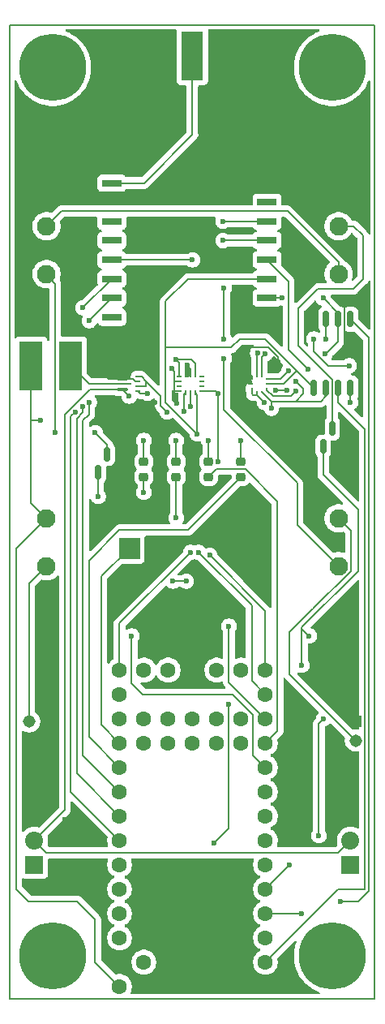
<source format=gtl>
G04 #@! TF.GenerationSoftware,KiCad,Pcbnew,9.0.6*
G04 #@! TF.CreationDate,2025-12-24T12:42:27-06:00*
G04 #@! TF.ProjectId,TVC,5456432e-6b69-4636-9164-5f7063625858,rev?*
G04 #@! TF.SameCoordinates,Original*
G04 #@! TF.FileFunction,Copper,L1,Top*
G04 #@! TF.FilePolarity,Positive*
%FSLAX46Y46*%
G04 Gerber Fmt 4.6, Leading zero omitted, Abs format (unit mm)*
G04 Created by KiCad (PCBNEW 9.0.6) date 2025-12-24 12:42:27*
%MOMM*%
%LPD*%
G01*
G04 APERTURE LIST*
G04 Aperture macros list*
%AMRoundRect*
0 Rectangle with rounded corners*
0 $1 Rounding radius*
0 $2 $3 $4 $5 $6 $7 $8 $9 X,Y pos of 4 corners*
0 Add a 4 corners polygon primitive as box body*
4,1,4,$2,$3,$4,$5,$6,$7,$8,$9,$2,$3,0*
0 Add four circle primitives for the rounded corners*
1,1,$1+$1,$2,$3*
1,1,$1+$1,$4,$5*
1,1,$1+$1,$6,$7*
1,1,$1+$1,$8,$9*
0 Add four rect primitives between the rounded corners*
20,1,$1+$1,$2,$3,$4,$5,0*
20,1,$1+$1,$4,$5,$6,$7,0*
20,1,$1+$1,$6,$7,$8,$9,0*
20,1,$1+$1,$8,$9,$2,$3,0*%
G04 Aperture macros list end*
G04 #@! TA.AperFunction,ComponentPad*
%ADD10C,1.950000*%
G04 #@! TD*
G04 #@! TA.AperFunction,SMDPad,CuDef*
%ADD11R,2.000000X0.800000*%
G04 #@! TD*
G04 #@! TA.AperFunction,SMDPad,CuDef*
%ADD12RoundRect,0.087500X-0.487500X-0.087500X0.487500X-0.087500X0.487500X0.087500X-0.487500X0.087500X0*%
G04 #@! TD*
G04 #@! TA.AperFunction,SMDPad,CuDef*
%ADD13RoundRect,0.050000X-0.675000X-0.050000X0.675000X-0.050000X0.675000X0.050000X-0.675000X0.050000X0*%
G04 #@! TD*
G04 #@! TA.AperFunction,SMDPad,CuDef*
%ADD14RoundRect,0.062500X-0.162500X-0.062500X0.162500X-0.062500X0.162500X0.062500X-0.162500X0.062500X0*%
G04 #@! TD*
G04 #@! TA.AperFunction,SMDPad,CuDef*
%ADD15R,2.350000X5.100000*%
G04 #@! TD*
G04 #@! TA.AperFunction,SMDPad,CuDef*
%ADD16R,0.254000X0.279400*%
G04 #@! TD*
G04 #@! TA.AperFunction,SMDPad,CuDef*
%ADD17R,0.279400X0.254000*%
G04 #@! TD*
G04 #@! TA.AperFunction,SMDPad,CuDef*
%ADD18R,2.200000X2.200000*%
G04 #@! TD*
G04 #@! TA.AperFunction,SMDPad,CuDef*
%ADD19RoundRect,0.150000X0.150000X-0.587500X0.150000X0.587500X-0.150000X0.587500X-0.150000X-0.587500X0*%
G04 #@! TD*
G04 #@! TA.AperFunction,SMDPad,CuDef*
%ADD20RoundRect,0.162500X-0.162500X0.650000X-0.162500X-0.650000X0.162500X-0.650000X0.162500X0.650000X0*%
G04 #@! TD*
G04 #@! TA.AperFunction,ComponentPad*
%ADD21C,7.000000*%
G04 #@! TD*
G04 #@! TA.AperFunction,ComponentPad*
%ADD22R,1.308000X1.308000*%
G04 #@! TD*
G04 #@! TA.AperFunction,ComponentPad*
%ADD23C,1.308000*%
G04 #@! TD*
G04 #@! TA.AperFunction,SMDPad,CuDef*
%ADD24R,2.290000X5.080000*%
G04 #@! TD*
G04 #@! TA.AperFunction,SMDPad,CuDef*
%ADD25R,2.420000X5.080000*%
G04 #@! TD*
G04 #@! TA.AperFunction,SMDPad,CuDef*
%ADD26R,0.460000X0.950000*%
G04 #@! TD*
G04 #@! TA.AperFunction,ComponentPad*
%ADD27C,0.970000*%
G04 #@! TD*
G04 #@! TA.AperFunction,SMDPad,CuDef*
%ADD28RoundRect,0.218750X-0.256250X0.218750X-0.256250X-0.218750X0.256250X-0.218750X0.256250X0.218750X0*%
G04 #@! TD*
G04 #@! TA.AperFunction,ComponentPad*
%ADD29C,1.600000*%
G04 #@! TD*
G04 #@! TA.AperFunction,SMDPad,CuDef*
%ADD30R,0.475000X0.250000*%
G04 #@! TD*
G04 #@! TA.AperFunction,SMDPad,CuDef*
%ADD31R,0.250000X0.475000*%
G04 #@! TD*
G04 #@! TA.AperFunction,ComponentPad*
%ADD32R,1.875000X1.875000*%
G04 #@! TD*
G04 #@! TA.AperFunction,ComponentPad*
%ADD33C,1.875000*%
G04 #@! TD*
G04 #@! TA.AperFunction,ViaPad*
%ADD34C,0.600000*%
G04 #@! TD*
G04 #@! TA.AperFunction,Conductor*
%ADD35C,0.200000*%
G04 #@! TD*
G04 #@! TA.AperFunction,Profile*
%ADD36C,0.200000*%
G04 #@! TD*
G04 APERTURE END LIST*
D10*
X162814000Y-101640000D03*
X162814000Y-106640000D03*
X162814000Y-76160000D03*
X162814000Y-71160000D03*
D11*
X155348750Y-80660000D03*
X155348750Y-78660000D03*
X155348750Y-76660000D03*
X155348750Y-74660000D03*
X155348750Y-72660000D03*
X155348750Y-70660000D03*
X155348750Y-68660000D03*
X155348750Y-66660000D03*
X139148750Y-66660000D03*
X139148750Y-68660000D03*
X139148750Y-70660000D03*
X139148750Y-72660000D03*
X139148750Y-74660000D03*
X139148750Y-76660000D03*
X139148750Y-78660000D03*
X139148750Y-80660000D03*
D12*
X140239250Y-87080000D03*
D13*
X140389250Y-87630000D03*
D12*
X140239250Y-88180000D03*
D14*
X141839250Y-88380000D03*
X141839250Y-87880000D03*
X141839250Y-87380000D03*
X141839250Y-86880000D03*
D15*
X130711250Y-85725000D03*
X134861250Y-85725000D03*
D16*
X154296250Y-88417400D03*
X154796250Y-88417400D03*
D17*
X155333650Y-88129999D03*
X155333650Y-87630000D03*
X155333650Y-87130001D03*
D16*
X154796250Y-86842600D03*
X154296250Y-86842600D03*
D17*
X153758850Y-87130001D03*
X153758850Y-87630000D03*
X153758850Y-88129999D03*
D18*
X140961250Y-104775000D03*
X154161250Y-104775000D03*
D10*
X132321250Y-106640000D03*
X132321250Y-101640000D03*
D19*
X137721250Y-96822500D03*
X139621250Y-96822500D03*
X138671250Y-94947500D03*
D20*
X164071250Y-80867500D03*
X162801250Y-80867500D03*
X161531250Y-80867500D03*
X160261250Y-80867500D03*
X160261250Y-88042500D03*
X161531250Y-88042500D03*
X162801250Y-88042500D03*
X164071250Y-88042500D03*
D19*
X161216250Y-94155500D03*
X163116250Y-94155500D03*
X162166250Y-92280500D03*
D21*
X132956250Y-54610000D03*
D22*
X130501250Y-124825000D03*
D23*
X130501250Y-122825000D03*
D24*
X147541250Y-53415000D03*
D25*
X151921250Y-53415000D03*
X143161250Y-53415000D03*
D26*
X151921250Y-56405000D03*
X143161250Y-56405000D03*
D27*
X151921250Y-56855000D03*
X143161250Y-56855000D03*
D28*
X142481250Y-95732500D03*
X142481250Y-97307500D03*
D29*
X155181250Y-150495000D03*
X155181250Y-147955000D03*
X155181250Y-145415000D03*
X155181250Y-142875000D03*
X155181250Y-140335000D03*
X155181250Y-137795000D03*
X155181250Y-135255000D03*
X155181250Y-132715000D03*
X155181250Y-130175000D03*
X155181250Y-127635000D03*
X155181250Y-125095000D03*
X155181250Y-122555000D03*
X155181250Y-120015000D03*
X155181250Y-117475000D03*
X152641250Y-117475000D03*
X150101250Y-117475000D03*
X147561250Y-117475000D03*
X145021250Y-117475000D03*
X142481250Y-117475000D03*
X139941250Y-117475000D03*
X139941250Y-120015000D03*
X139941250Y-122555000D03*
X139941250Y-125095000D03*
X139941250Y-127635000D03*
X139941250Y-130175000D03*
X139941250Y-132715000D03*
X139941250Y-135255000D03*
X139941250Y-137795000D03*
X139941250Y-140335000D03*
X139941250Y-142875000D03*
X139941250Y-145415000D03*
X139941250Y-147955000D03*
X139941250Y-150495000D03*
X142481250Y-147955000D03*
X142481250Y-122555000D03*
X142481250Y-125095000D03*
X145021250Y-122555000D03*
X145021250Y-125095000D03*
X147561250Y-122555000D03*
X147561250Y-125095000D03*
X150101250Y-122555000D03*
X150101250Y-125095000D03*
X152641250Y-122555000D03*
X152641250Y-125095000D03*
D30*
X148511250Y-88380000D03*
X148511250Y-87880000D03*
X148511250Y-87380000D03*
X148511250Y-86880000D03*
D31*
X147848750Y-86717500D03*
X147348750Y-86717500D03*
X146848750Y-86717500D03*
D30*
X146186250Y-86880000D03*
X146186250Y-87380000D03*
X146186250Y-87880000D03*
X146186250Y-88380000D03*
D31*
X146848750Y-88542500D03*
X147348750Y-88542500D03*
X147848750Y-88542500D03*
D21*
X162166250Y-54610000D03*
D28*
X149254583Y-95732500D03*
X149254583Y-97307500D03*
D21*
X162166250Y-147320000D03*
D10*
X132321250Y-76160000D03*
X132321250Y-71160000D03*
D32*
X131051250Y-137795000D03*
D33*
X131051250Y-135255000D03*
X131051250Y-132715000D03*
D21*
X132956250Y-147320000D03*
D28*
X152641250Y-95732500D03*
X152641250Y-97307500D03*
X145867917Y-95732500D03*
X145867917Y-97307500D03*
D32*
X164071250Y-137795000D03*
D33*
X164071250Y-135255000D03*
X164071250Y-132715000D03*
D22*
X164621250Y-122825000D03*
D23*
X164621250Y-124825000D03*
D34*
X131686250Y-91440000D03*
X144894250Y-90551000D03*
X140957250Y-88900000D03*
X155045150Y-89535000D03*
X149847250Y-135509000D03*
X151371250Y-121031000D03*
X147561250Y-74676000D03*
X164071250Y-89535000D03*
X145867917Y-85090000D03*
X152641250Y-93515000D03*
X149251250Y-93515000D03*
X145861250Y-93515000D03*
X145867917Y-101600000D03*
X142481250Y-93515000D03*
X145529250Y-108204000D03*
X142481250Y-98933000D03*
X146926250Y-108204000D03*
X150863250Y-82931000D03*
X150863250Y-84963000D03*
X150863250Y-77597000D03*
X137401250Y-92710000D03*
X133210250Y-92710000D03*
X159626250Y-86106000D03*
X158356250Y-87376000D03*
X147348750Y-89957500D03*
X155816250Y-90170000D03*
X147348750Y-105197500D03*
X148069250Y-92837000D03*
X148196250Y-105197500D03*
X151371250Y-112903000D03*
X146695088Y-90527500D03*
X150229583Y-95758000D03*
X157614485Y-86253235D03*
X161424485Y-84455000D03*
X150228250Y-88646000D03*
X157445000Y-88310000D03*
X149361765Y-105514485D03*
X161197250Y-78660000D03*
X156245000Y-88310000D03*
X156959250Y-78660000D03*
X159753250Y-113919000D03*
X158991250Y-116967000D03*
X137721250Y-99380000D03*
X141211250Y-113919000D03*
X142862250Y-88602500D03*
X160261250Y-82931000D03*
X160769250Y-134747000D03*
X157721250Y-137795000D03*
X154356383Y-84431933D03*
X161277250Y-122555000D03*
X163944250Y-85725000D03*
X155181250Y-84455000D03*
X150736250Y-72660000D03*
X135285515Y-90594265D03*
X161531250Y-82931000D03*
X158991250Y-142875000D03*
X136779479Y-81029271D03*
X136779479Y-89525432D03*
X163055250Y-141605000D03*
X136131250Y-79677500D03*
X136131250Y-89994265D03*
X138430000Y-147066000D03*
X143637000Y-89535000D03*
X130937000Y-140589000D03*
X153035000Y-81788000D03*
X150101250Y-144780000D03*
X156464000Y-85344000D03*
X131064000Y-130937000D03*
X148844000Y-143764000D03*
X134239000Y-138176000D03*
X164084000Y-130810000D03*
X148831250Y-144780000D03*
X152019000Y-81788000D03*
X147320000Y-67818000D03*
X137414000Y-141224000D03*
X156210000Y-81788000D03*
X163449000Y-111125000D03*
X131953000Y-124841000D03*
X151384000Y-143764000D03*
X145034000Y-145796000D03*
X153289000Y-150495000D03*
X130810000Y-80010000D03*
X159543500Y-80867500D03*
X151384000Y-145796000D03*
X144272000Y-104775000D03*
X146291250Y-144780000D03*
X162814000Y-124460000D03*
X140843000Y-53467000D03*
X159004000Y-135255000D03*
X145021250Y-144780000D03*
X145034000Y-143764000D03*
X144145000Y-91821000D03*
X142494000Y-82423000D03*
X143751250Y-144780000D03*
X157734000Y-73660000D03*
X142367000Y-150622000D03*
X138176000Y-89027000D03*
X147574000Y-143764000D03*
X139700000Y-109474000D03*
X147001390Y-85697018D03*
X158369000Y-88392000D03*
X135001000Y-140589000D03*
X138176000Y-90297000D03*
X148844000Y-145796000D03*
X144018000Y-111506000D03*
X147574000Y-115824000D03*
X162560000Y-104140000D03*
X145367250Y-85979000D03*
X151371250Y-144780000D03*
X146304000Y-145796000D03*
X144272000Y-99060000D03*
X134239000Y-135636000D03*
X153543000Y-66675000D03*
X147574000Y-145796000D03*
X147574000Y-112776000D03*
X152654000Y-84328000D03*
X141732000Y-76200000D03*
X146304000Y-143764000D03*
X134874000Y-81788000D03*
X143764000Y-143764000D03*
X162433000Y-117983000D03*
X145923000Y-89662000D03*
X147561250Y-144780000D03*
X137668000Y-102108000D03*
X132334000Y-113157000D03*
X131064000Y-129032000D03*
X150876000Y-74549000D03*
X150114000Y-145796000D03*
X142748000Y-80518000D03*
X134239000Y-133096000D03*
X163449000Y-84709000D03*
X163703000Y-96774000D03*
X163449000Y-78740000D03*
X140843000Y-68707000D03*
X161798000Y-99314000D03*
X163195000Y-115316000D03*
X152654000Y-89535000D03*
X139319000Y-82423000D03*
X154051000Y-89662000D03*
X154940000Y-81788000D03*
X143764000Y-145796000D03*
X165354000Y-79502000D03*
X154305000Y-53467000D03*
X140843000Y-86360000D03*
X140843000Y-83693000D03*
X150114000Y-143764000D03*
X150736250Y-70660000D03*
D35*
X150863250Y-84963000D02*
X150863250Y-90337000D01*
X150863250Y-90337000D02*
X158496000Y-97969750D01*
X158496000Y-97969750D02*
X158496000Y-102322000D01*
X158496000Y-102322000D02*
X162814000Y-106640000D01*
X157721250Y-113550750D02*
X160173537Y-111098463D01*
X164090000Y-102916000D02*
X162814000Y-101640000D01*
X160173537Y-111085000D02*
X164090000Y-107168537D01*
X157721250Y-117925000D02*
X157721250Y-113550750D01*
X164621250Y-124825000D02*
X157721250Y-117925000D01*
X160173537Y-111098463D02*
X160173537Y-111085000D01*
X164090000Y-107168537D02*
X164090000Y-102916000D01*
X158991250Y-113157000D02*
X158991250Y-113042750D01*
X161216250Y-97094000D02*
X161216250Y-94155500D01*
X158991250Y-113042750D02*
X164846000Y-107188000D01*
X164846000Y-107188000D02*
X164846000Y-100723750D01*
X164846000Y-100723750D02*
X161216250Y-97094000D01*
X162814000Y-76160000D02*
X162814000Y-74930000D01*
X162814000Y-74930000D02*
X157480000Y-69596000D01*
X157480000Y-69596000D02*
X133885250Y-69596000D01*
X133885250Y-69596000D02*
X132321250Y-71160000D01*
X158610250Y-79756000D02*
X160642250Y-77724000D01*
X164378000Y-71160000D02*
X162821250Y-71160000D01*
X165354000Y-72136000D02*
X164378000Y-71160000D01*
X160642250Y-77724000D02*
X164338000Y-77724000D01*
X164338000Y-77724000D02*
X165354000Y-76708000D01*
X165354000Y-76708000D02*
X165354000Y-72136000D01*
X162166250Y-76160000D02*
X162420250Y-76160000D01*
X138036250Y-123190000D02*
X139941250Y-125095000D01*
X138036250Y-107700000D02*
X138036250Y-123190000D01*
X140961250Y-104775000D02*
X138036250Y-107700000D01*
X142731250Y-87880000D02*
X141839250Y-87880000D01*
X129146250Y-140335000D02*
X130416250Y-141605000D01*
X135496250Y-141605000D02*
X137401250Y-143510000D01*
X132321250Y-101640000D02*
X130711250Y-100030000D01*
X142731250Y-87372000D02*
X144259250Y-88900000D01*
X142239250Y-86880000D02*
X141839250Y-86880000D01*
X144259250Y-89916000D02*
X144894250Y-90551000D01*
X142731250Y-87880000D02*
X142731250Y-87372000D01*
X132321250Y-101640000D02*
X132321250Y-101600000D01*
X142731250Y-87372000D02*
X142239250Y-86880000D01*
X129146250Y-104815000D02*
X129146250Y-140335000D01*
X137401250Y-147955000D02*
X139941250Y-150495000D01*
X131686250Y-91440000D02*
X130711250Y-91440000D01*
X130711250Y-91440000D02*
X130711250Y-85725000D01*
X132321250Y-101640000D02*
X129146250Y-104815000D01*
X137401250Y-143510000D02*
X137401250Y-147955000D01*
X144259250Y-88900000D02*
X144259250Y-89916000D01*
X130711250Y-100030000D02*
X130711250Y-91440000D01*
X130416250Y-141605000D02*
X135496250Y-141605000D01*
X136851250Y-88180000D02*
X134226250Y-90805000D01*
X134226250Y-96570032D02*
X134247218Y-96591000D01*
X162801250Y-136525000D02*
X164071250Y-135255000D01*
X132321250Y-136525000D02*
X162801250Y-136525000D01*
X140239250Y-88180000D02*
X140239250Y-88182000D01*
X134226250Y-96591000D02*
X134226250Y-132080000D01*
X131051250Y-135255000D02*
X132321250Y-136525000D01*
X134226250Y-90805000D02*
X134226250Y-96570032D01*
X134247218Y-96591000D02*
X134226250Y-96591000D01*
X140239250Y-88182000D02*
X140957250Y-88900000D01*
X134226250Y-132080000D02*
X131051250Y-135255000D01*
X140239250Y-88180000D02*
X136851250Y-88180000D01*
X147561250Y-74676000D02*
X147545250Y-74660000D01*
X154296250Y-88786100D02*
X153882350Y-88786100D01*
X153882350Y-88786100D02*
X153758850Y-88662600D01*
X147545250Y-74660000D02*
X139148750Y-74660000D01*
X149847250Y-135509000D02*
X151371250Y-133985000D01*
X151371250Y-133985000D02*
X151371250Y-121031000D01*
X153758850Y-88662600D02*
X153758850Y-88129999D01*
X164071250Y-89535000D02*
X164071250Y-88042500D01*
X154478200Y-88968050D02*
X154296250Y-88786100D01*
X155045150Y-89535000D02*
X154478200Y-88968050D01*
X154296250Y-88786100D02*
X154296250Y-88417400D01*
X147447000Y-85090000D02*
X147848750Y-85491750D01*
X145867917Y-85090000D02*
X146186250Y-85408333D01*
X147848750Y-85491750D02*
X147848750Y-86717500D01*
X146186250Y-85408333D02*
X146186250Y-86880000D01*
X145867917Y-85090000D02*
X147447000Y-85090000D01*
X152641250Y-93515000D02*
X152641250Y-95732500D01*
X139941250Y-102870000D02*
X147078750Y-102870000D01*
X136766250Y-124460000D02*
X136766250Y-106045000D01*
X139941250Y-127635000D02*
X136766250Y-124460000D01*
X147078750Y-102870000D02*
X152641250Y-97307500D01*
X136766250Y-106045000D02*
X139941250Y-102870000D01*
X149254583Y-93518333D02*
X149254583Y-95732500D01*
X149251250Y-93515000D02*
X149254583Y-93518333D01*
X155181250Y-125095000D02*
X156451250Y-123825000D01*
X150042083Y-96520000D02*
X153069850Y-96520000D01*
X156451250Y-99901400D02*
X156451250Y-111125000D01*
X149254583Y-97307500D02*
X150042083Y-96520000D01*
X153069850Y-96520000D02*
X156451250Y-99901400D01*
X156451250Y-123825000D02*
X156451250Y-111125000D01*
X145867917Y-93521667D02*
X145867917Y-95732500D01*
X145861250Y-93515000D02*
X145867917Y-93521667D01*
X145867917Y-97307500D02*
X145867917Y-101388333D01*
X142481250Y-93515000D02*
X142481250Y-95732500D01*
X142481250Y-98933000D02*
X142481250Y-97307500D01*
X146926250Y-108204000D02*
X145529250Y-108204000D01*
X132181250Y-71160000D02*
X132321250Y-71160000D01*
X150863250Y-82931000D02*
X150863250Y-77597000D01*
X162420250Y-71160000D02*
X162166250Y-71160000D01*
X138671250Y-93980000D02*
X138671250Y-94947500D01*
X137401250Y-92710000D02*
X138671250Y-93980000D01*
X133210250Y-92710000D02*
X133210250Y-77189000D01*
X132321250Y-76300000D02*
X132321250Y-76160000D01*
X133210250Y-77189000D02*
X132321250Y-76300000D01*
X157594250Y-84074000D02*
X157594250Y-76905500D01*
X157594250Y-76905500D02*
X155348750Y-74660000D01*
X147348750Y-105197500D02*
X139941250Y-112605000D01*
X161531250Y-88854999D02*
X161531250Y-88042500D01*
X158356250Y-89437400D02*
X160948849Y-89437400D01*
X147348750Y-89957500D02*
X147348750Y-88542500D01*
X159131000Y-88662650D02*
X159131000Y-88150750D01*
X155816250Y-89437400D02*
X154796250Y-88417400D01*
X155816250Y-89437400D02*
X158356250Y-89437400D01*
X158356250Y-89437400D02*
X159131000Y-88662650D01*
X155816250Y-90170000D02*
X155816250Y-89437400D01*
X159131000Y-88150750D02*
X158356250Y-87376000D01*
X160948849Y-89437400D02*
X161531250Y-88854999D01*
X139941250Y-112605000D02*
X139941250Y-117475000D01*
X159626250Y-86106000D02*
X157594250Y-84074000D01*
X144767250Y-83820000D02*
X151625250Y-83820000D01*
X155181250Y-120015000D02*
X153742250Y-118576000D01*
X157086250Y-87630000D02*
X155333650Y-87630000D01*
X148069250Y-92837000D02*
X144767250Y-89535000D01*
X148069250Y-88763000D02*
X147848750Y-88542500D01*
X158467500Y-86248750D02*
X157086250Y-87630000D01*
X152514250Y-82931000D02*
X155149750Y-82931000D01*
X147101250Y-76660000D02*
X155348750Y-76660000D01*
X151625250Y-83820000D02*
X152514250Y-82931000D01*
X155149750Y-82931000D02*
X158467500Y-86248750D01*
X158467500Y-86248750D02*
X160261250Y-88042500D01*
X144767250Y-89535000D02*
X144767250Y-83820000D01*
X144767250Y-78994000D02*
X147101250Y-76660000D01*
X153742250Y-110743500D02*
X148196250Y-105197500D01*
X144767250Y-83820000D02*
X144767250Y-78994000D01*
X153742250Y-118576000D02*
X153742250Y-110743500D01*
X148069250Y-92837000D02*
X148069250Y-88763000D01*
X151371250Y-112903000D02*
X151371250Y-118745000D01*
X151371250Y-118745000D02*
X155181250Y-122555000D01*
X146848750Y-88542500D02*
X146695088Y-88696162D01*
X146695088Y-88696162D02*
X146695088Y-90527500D01*
X150228250Y-95756667D02*
X150229583Y-95758000D01*
X161424485Y-84455000D02*
X161531250Y-84455000D01*
X149962250Y-88380000D02*
X148511250Y-88380000D01*
X150228250Y-88646000D02*
X149962250Y-88380000D01*
X156959250Y-78660000D02*
X155348750Y-78660000D01*
X155333650Y-87130001D02*
X156737719Y-87130001D01*
X157445000Y-88310000D02*
X156245000Y-88310000D01*
X161197250Y-78660000D02*
X162801250Y-80264000D01*
X156737719Y-87130001D02*
X157614485Y-86253235D01*
X150228250Y-88646000D02*
X150228250Y-95756667D01*
X162801250Y-80264000D02*
X162801250Y-80867500D01*
X155181250Y-111333971D02*
X155181250Y-117475000D01*
X162801250Y-83185000D02*
X162801250Y-80867500D01*
X161531250Y-84455000D02*
X162801250Y-83185000D01*
X149361765Y-105514485D02*
X155181250Y-111333971D01*
X158991250Y-116967000D02*
X158991250Y-113157000D01*
X159753250Y-113919000D02*
X158991250Y-113157000D01*
X137721250Y-99380000D02*
X137721250Y-96822500D01*
X155181250Y-127635000D02*
X153911250Y-126365000D01*
X153911250Y-122174000D02*
X151752250Y-120015000D01*
X141211250Y-118872000D02*
X141211250Y-113919000D01*
X153911250Y-126365000D02*
X153911250Y-122174000D01*
X151752250Y-120015000D02*
X142354250Y-120015000D01*
X142354250Y-120015000D02*
X141211250Y-118872000D01*
X142061750Y-88602500D02*
X141839250Y-88380000D01*
X142862250Y-88602500D02*
X142061750Y-88602500D01*
X154296250Y-84492066D02*
X154356383Y-84431933D01*
X160769250Y-134747000D02*
X160769250Y-123063000D01*
X161785250Y-85725000D02*
X163944250Y-85725000D01*
X160261250Y-82931000D02*
X160261250Y-84201000D01*
X160769250Y-123063000D02*
X161277250Y-122555000D01*
X157721250Y-137795000D02*
X155181250Y-140335000D01*
X154296250Y-86842600D02*
X154296250Y-84492066D01*
X160261250Y-84201000D02*
X161785250Y-85725000D01*
X154796250Y-86842600D02*
X154796250Y-84840000D01*
X154796250Y-84840000D02*
X155181250Y-84455000D01*
X134861250Y-91018530D02*
X134861250Y-130175000D01*
X134861250Y-130175000D02*
X139941250Y-135255000D01*
X135285515Y-90594265D02*
X134861250Y-91018530D01*
X150736250Y-72660000D02*
X155348750Y-72660000D01*
X155181250Y-142875000D02*
X158991250Y-142875000D01*
X161531250Y-82931000D02*
X161531250Y-80867500D01*
X155181250Y-147955000D02*
X162801250Y-140335000D01*
X165595250Y-140335000D02*
X165595250Y-92329000D01*
X165595250Y-92329000D02*
X162801250Y-89535000D01*
X162801250Y-89535000D02*
X162801250Y-88042500D01*
X162801250Y-140335000D02*
X165595250Y-140335000D01*
X136779479Y-81029271D02*
X139148750Y-78660000D01*
X136131250Y-126365000D02*
X136131250Y-91440000D01*
X139941250Y-130175000D02*
X136131250Y-126365000D01*
X136779479Y-90791771D02*
X136779479Y-89525432D01*
X136131250Y-91440000D02*
X136779479Y-90791771D01*
X164071250Y-80867500D02*
X165996250Y-82792500D01*
X165996250Y-82792500D02*
X165996250Y-140501100D01*
X165996250Y-140501100D02*
X164892350Y-141605000D01*
X164892350Y-141605000D02*
X163055250Y-141605000D01*
X136131250Y-79677500D02*
X139148750Y-76660000D01*
X135496250Y-128270000D02*
X135496250Y-91440000D01*
X135496250Y-91232059D02*
X136131250Y-90597059D01*
X135496250Y-91440000D02*
X135496250Y-91232059D01*
X139941250Y-132715000D02*
X135496250Y-128270000D01*
X136131250Y-90597059D02*
X136131250Y-89994265D01*
X153758850Y-87130001D02*
X153758850Y-86829850D01*
X153758850Y-87630000D02*
X153416000Y-87630000D01*
X163445250Y-84070250D02*
X163445250Y-78743750D01*
X134239000Y-138176000D02*
X135001000Y-138938000D01*
X153416000Y-87630000D02*
X152654000Y-86868000D01*
X147348750Y-86044378D02*
X147001390Y-85697018D01*
X163445250Y-78743750D02*
X163449000Y-78740000D01*
X153151067Y-83830933D02*
X152654000Y-84328000D01*
X152654000Y-86868000D02*
X152654000Y-85725000D01*
X146186250Y-87380000D02*
X145721750Y-87380000D01*
X134239000Y-133096000D02*
X134239000Y-135636000D01*
X147348750Y-86717500D02*
X147348750Y-86044378D01*
X140239250Y-87080000D02*
X138769000Y-87080000D01*
X145721750Y-88380000D02*
X146186250Y-88380000D01*
X135001000Y-138938000D02*
X135001000Y-140589000D01*
X145647750Y-87630000D02*
X145647750Y-86338750D01*
X145647750Y-88306000D02*
X145721750Y-88380000D01*
X163449000Y-84074000D02*
X163445250Y-84070250D01*
X146848750Y-85849658D02*
X147001390Y-85697018D01*
X141298452Y-87080000D02*
X140239250Y-87080000D01*
X156464000Y-84812350D02*
X155482583Y-83830933D01*
X157850000Y-88911000D02*
X158369000Y-88392000D01*
X145647750Y-87454000D02*
X145647750Y-87630000D01*
X145647750Y-87630000D02*
X145647750Y-88306000D01*
X145288000Y-85979000D02*
X145367250Y-85979000D01*
X159543500Y-80867500D02*
X160261250Y-80867500D01*
X145647750Y-86338750D02*
X145288000Y-85979000D01*
X155333650Y-88129999D02*
X155333650Y-88248593D01*
X147348750Y-86717500D02*
X146848750Y-86717500D01*
X154940000Y-81788000D02*
X156210000Y-81788000D01*
X155482583Y-83830933D02*
X153151067Y-83830933D01*
X155996057Y-88911000D02*
X157850000Y-88911000D01*
X156464000Y-85344000D02*
X156464000Y-84812350D01*
X145721750Y-87380000D02*
X145647750Y-87454000D01*
X155333650Y-88248593D02*
X155996057Y-88911000D01*
X153035000Y-81788000D02*
X154940000Y-81788000D01*
X138769000Y-87080000D02*
X138176000Y-86487000D01*
X152654000Y-85725000D02*
X152654000Y-84328000D01*
X163449000Y-84709000D02*
X163449000Y-84074000D01*
X141598452Y-87380000D02*
X141298452Y-87080000D01*
X141839250Y-87380000D02*
X141598452Y-87380000D01*
X153758850Y-86829850D02*
X152654000Y-85725000D01*
X130501250Y-108460000D02*
X130501250Y-122825000D01*
X132321250Y-106640000D02*
X130501250Y-108460000D01*
X134861250Y-85725000D02*
X136766250Y-87630000D01*
X136766250Y-87630000D02*
X140389250Y-87630000D01*
X147541250Y-61575000D02*
X147541250Y-53415000D01*
X142496250Y-66660000D02*
X147561250Y-61595000D01*
X147561250Y-61595000D02*
X147541250Y-61575000D01*
X139148750Y-66660000D02*
X142496250Y-66660000D01*
X150736250Y-70660000D02*
X155348750Y-70660000D01*
X158610250Y-83649010D02*
X158610250Y-79756000D01*
X162166250Y-87205010D02*
X162166250Y-92280500D01*
X162166250Y-87205010D02*
X158610250Y-83649010D01*
G04 #@! TA.AperFunction,Conductor*
G36*
X138688023Y-137145185D02*
G01*
X138733778Y-137197989D01*
X138743722Y-137267147D01*
X138737169Y-137291029D01*
X138737536Y-137291148D01*
X138736031Y-137295777D01*
X138736030Y-137295781D01*
X138728684Y-137318391D01*
X138672772Y-137490465D01*
X138640750Y-137692648D01*
X138640750Y-137897351D01*
X138672772Y-138099534D01*
X138736031Y-138294223D01*
X138828965Y-138476613D01*
X138949278Y-138642213D01*
X139094036Y-138786971D01*
X139248999Y-138899556D01*
X139259640Y-138907287D01*
X139351090Y-138953883D01*
X139352330Y-138954515D01*
X139403126Y-139002490D01*
X139419921Y-139070311D01*
X139397384Y-139136446D01*
X139352330Y-139175485D01*
X139259636Y-139222715D01*
X139094036Y-139343028D01*
X138949278Y-139487786D01*
X138828965Y-139653386D01*
X138736031Y-139835776D01*
X138672772Y-140030465D01*
X138640750Y-140232648D01*
X138640750Y-140437351D01*
X138672772Y-140639534D01*
X138736031Y-140834223D01*
X138787635Y-140935500D01*
X138811945Y-140983211D01*
X138828965Y-141016613D01*
X138949278Y-141182213D01*
X139094036Y-141326971D01*
X139248999Y-141439556D01*
X139259640Y-141447287D01*
X139351090Y-141493883D01*
X139352330Y-141494515D01*
X139403126Y-141542490D01*
X139419921Y-141610311D01*
X139397384Y-141676446D01*
X139352330Y-141715485D01*
X139259636Y-141762715D01*
X139094036Y-141883028D01*
X138949278Y-142027786D01*
X138828965Y-142193386D01*
X138736031Y-142375776D01*
X138672772Y-142570465D01*
X138640750Y-142772648D01*
X138640750Y-142977351D01*
X138672772Y-143179534D01*
X138736031Y-143374223D01*
X138787635Y-143475500D01*
X138824988Y-143548809D01*
X138828965Y-143556613D01*
X138949278Y-143722213D01*
X139094036Y-143866971D01*
X139248999Y-143979556D01*
X139259640Y-143987287D01*
X139351090Y-144033883D01*
X139352330Y-144034515D01*
X139403126Y-144082490D01*
X139419921Y-144150311D01*
X139397384Y-144216446D01*
X139352330Y-144255485D01*
X139259636Y-144302715D01*
X139094036Y-144423028D01*
X138949278Y-144567786D01*
X138828965Y-144733386D01*
X138736031Y-144915776D01*
X138672772Y-145110465D01*
X138640750Y-145312648D01*
X138640750Y-145517351D01*
X138672772Y-145719534D01*
X138736031Y-145914223D01*
X138828965Y-146096613D01*
X138949278Y-146262213D01*
X139094036Y-146406971D01*
X139248999Y-146519556D01*
X139259640Y-146527287D01*
X139352330Y-146574515D01*
X139442026Y-146620218D01*
X139442028Y-146620218D01*
X139442031Y-146620220D01*
X139546387Y-146654127D01*
X139636715Y-146683477D01*
X139655947Y-146686523D01*
X139838898Y-146715500D01*
X139838899Y-146715500D01*
X140043601Y-146715500D01*
X140043602Y-146715500D01*
X140245784Y-146683477D01*
X140440469Y-146620220D01*
X140622860Y-146527287D01*
X140715840Y-146459732D01*
X140788463Y-146406971D01*
X140788465Y-146406968D01*
X140788469Y-146406966D01*
X140933216Y-146262219D01*
X140933218Y-146262215D01*
X140933221Y-146262213D01*
X140985982Y-146189590D01*
X141053537Y-146096610D01*
X141146470Y-145914219D01*
X141209727Y-145719534D01*
X141241750Y-145517352D01*
X141241750Y-145312648D01*
X141209727Y-145110466D01*
X141146470Y-144915781D01*
X141146468Y-144915778D01*
X141146468Y-144915776D01*
X141112753Y-144849607D01*
X141053537Y-144733390D01*
X141045806Y-144722749D01*
X140933221Y-144567786D01*
X140788463Y-144423028D01*
X140622864Y-144302715D01*
X140616256Y-144299348D01*
X140530167Y-144255483D01*
X140479373Y-144207511D01*
X140462578Y-144139690D01*
X140485115Y-144073555D01*
X140530167Y-144034516D01*
X140622860Y-143987287D01*
X140747311Y-143896869D01*
X140788463Y-143866971D01*
X140788465Y-143866968D01*
X140788469Y-143866966D01*
X140933216Y-143722219D01*
X140933218Y-143722215D01*
X140933221Y-143722213D01*
X141022696Y-143599059D01*
X141053537Y-143556610D01*
X141146470Y-143374219D01*
X141209727Y-143179534D01*
X141241750Y-142977352D01*
X141241750Y-142772648D01*
X141209727Y-142570466D01*
X141206277Y-142559849D01*
X141177656Y-142471762D01*
X141146470Y-142375781D01*
X141146468Y-142375778D01*
X141146468Y-142375776D01*
X141112753Y-142309607D01*
X141053537Y-142193390D01*
X141011581Y-142135642D01*
X140933221Y-142027786D01*
X140788463Y-141883028D01*
X140622864Y-141762715D01*
X140616256Y-141759348D01*
X140530167Y-141715483D01*
X140479373Y-141667511D01*
X140462578Y-141599690D01*
X140485115Y-141533555D01*
X140530167Y-141494516D01*
X140622860Y-141447287D01*
X140691366Y-141397515D01*
X140788463Y-141326971D01*
X140788465Y-141326968D01*
X140788469Y-141326966D01*
X140933216Y-141182219D01*
X140933218Y-141182215D01*
X140933221Y-141182213D01*
X141021520Y-141060678D01*
X141053537Y-141016610D01*
X141146470Y-140834219D01*
X141209727Y-140639534D01*
X141241750Y-140437352D01*
X141241750Y-140232648D01*
X141209727Y-140030466D01*
X141146470Y-139835781D01*
X141146468Y-139835778D01*
X141146468Y-139835776D01*
X141112753Y-139769607D01*
X141053537Y-139653390D01*
X141022376Y-139610500D01*
X140933221Y-139487786D01*
X140788463Y-139343028D01*
X140622864Y-139222715D01*
X140616256Y-139219348D01*
X140530167Y-139175483D01*
X140479373Y-139127511D01*
X140462578Y-139059690D01*
X140485115Y-138993555D01*
X140530167Y-138954516D01*
X140622860Y-138907287D01*
X140715497Y-138839983D01*
X140788463Y-138786971D01*
X140788465Y-138786968D01*
X140788469Y-138786966D01*
X140933216Y-138642219D01*
X140933218Y-138642215D01*
X140933221Y-138642213D01*
X140989509Y-138564738D01*
X141053537Y-138476610D01*
X141146470Y-138294219D01*
X141209727Y-138099534D01*
X141241750Y-137897352D01*
X141241750Y-137692648D01*
X141209727Y-137490465D01*
X141153816Y-137318391D01*
X141146470Y-137295781D01*
X141146468Y-137295777D01*
X141144964Y-137291148D01*
X141146285Y-137290718D01*
X141139486Y-137227486D01*
X141170759Y-137165006D01*
X141230847Y-137129352D01*
X141261516Y-137125500D01*
X153860984Y-137125500D01*
X153928023Y-137145185D01*
X153973778Y-137197989D01*
X153983722Y-137267147D01*
X153977169Y-137291029D01*
X153977536Y-137291148D01*
X153976031Y-137295777D01*
X153976030Y-137295781D01*
X153968684Y-137318391D01*
X153912772Y-137490465D01*
X153880750Y-137692648D01*
X153880750Y-137897351D01*
X153912772Y-138099534D01*
X153976031Y-138294223D01*
X154068965Y-138476613D01*
X154189278Y-138642213D01*
X154334036Y-138786971D01*
X154488999Y-138899556D01*
X154499640Y-138907287D01*
X154591090Y-138953883D01*
X154592330Y-138954515D01*
X154643126Y-139002490D01*
X154659921Y-139070311D01*
X154637384Y-139136446D01*
X154592330Y-139175485D01*
X154499636Y-139222715D01*
X154334036Y-139343028D01*
X154189278Y-139487786D01*
X154068965Y-139653386D01*
X153976031Y-139835776D01*
X153912772Y-140030465D01*
X153880750Y-140232648D01*
X153880750Y-140437351D01*
X153912772Y-140639534D01*
X153976031Y-140834223D01*
X154027635Y-140935500D01*
X154051945Y-140983211D01*
X154068965Y-141016613D01*
X154189278Y-141182213D01*
X154334036Y-141326971D01*
X154488999Y-141439556D01*
X154499640Y-141447287D01*
X154591090Y-141493883D01*
X154592330Y-141494515D01*
X154643126Y-141542490D01*
X154659921Y-141610311D01*
X154637384Y-141676446D01*
X154592330Y-141715485D01*
X154499636Y-141762715D01*
X154334036Y-141883028D01*
X154189278Y-142027786D01*
X154068965Y-142193386D01*
X153976031Y-142375776D01*
X153912772Y-142570465D01*
X153880750Y-142772648D01*
X153880750Y-142977351D01*
X153912772Y-143179534D01*
X153976031Y-143374223D01*
X154027635Y-143475500D01*
X154064988Y-143548809D01*
X154068965Y-143556613D01*
X154189278Y-143722213D01*
X154334036Y-143866971D01*
X154488999Y-143979556D01*
X154499640Y-143987287D01*
X154591090Y-144033883D01*
X154592330Y-144034515D01*
X154643126Y-144082490D01*
X154659921Y-144150311D01*
X154637384Y-144216446D01*
X154592330Y-144255485D01*
X154499636Y-144302715D01*
X154334036Y-144423028D01*
X154189278Y-144567786D01*
X154068965Y-144733386D01*
X153976031Y-144915776D01*
X153912772Y-145110465D01*
X153880750Y-145312648D01*
X153880750Y-145517351D01*
X153912772Y-145719534D01*
X153976031Y-145914223D01*
X154068965Y-146096613D01*
X154189278Y-146262213D01*
X154334036Y-146406971D01*
X154488999Y-146519556D01*
X154499640Y-146527287D01*
X154591090Y-146573883D01*
X154592330Y-146574515D01*
X154643126Y-146622490D01*
X154659921Y-146690311D01*
X154637384Y-146756446D01*
X154592330Y-146795485D01*
X154499636Y-146842715D01*
X154334036Y-146963028D01*
X154189278Y-147107786D01*
X154068965Y-147273386D01*
X153976031Y-147455776D01*
X153912772Y-147650465D01*
X153880750Y-147852648D01*
X153880750Y-148057351D01*
X153912772Y-148259534D01*
X153976031Y-148454223D01*
X154039941Y-148579653D01*
X154066046Y-148630886D01*
X154068965Y-148636613D01*
X154189278Y-148802213D01*
X154334036Y-148946971D01*
X154488999Y-149059556D01*
X154499640Y-149067287D01*
X154615857Y-149126503D01*
X154682026Y-149160218D01*
X154682028Y-149160218D01*
X154682031Y-149160220D01*
X154786387Y-149194127D01*
X154876715Y-149223477D01*
X154937895Y-149233167D01*
X155078898Y-149255500D01*
X155078899Y-149255500D01*
X155283601Y-149255500D01*
X155283602Y-149255500D01*
X155485784Y-149223477D01*
X155680469Y-149160220D01*
X155862860Y-149067287D01*
X155955840Y-148999732D01*
X156028463Y-148946971D01*
X156028465Y-148946968D01*
X156028469Y-148946966D01*
X156173216Y-148802219D01*
X156173218Y-148802215D01*
X156173221Y-148802213D01*
X156269747Y-148669354D01*
X156293537Y-148636610D01*
X156386470Y-148454219D01*
X156449727Y-148259534D01*
X156481750Y-148057352D01*
X156481750Y-147852648D01*
X156449727Y-147650466D01*
X156445075Y-147636151D01*
X156443082Y-147566312D01*
X156475325Y-147510158D01*
X158223117Y-145762366D01*
X158284438Y-145728883D01*
X158354130Y-145733867D01*
X158410063Y-145775739D01*
X158434480Y-145841203D01*
X158425358Y-145897501D01*
X158395059Y-145970650D01*
X158280957Y-146346794D01*
X158280954Y-146346805D01*
X158204276Y-146732297D01*
X158165750Y-147123471D01*
X158165750Y-147516528D01*
X158204276Y-147907702D01*
X158280954Y-148293194D01*
X158280957Y-148293205D01*
X158395060Y-148669354D01*
X158545480Y-149032499D01*
X158545482Y-149032504D01*
X158730761Y-149379137D01*
X158730772Y-149379155D01*
X158949137Y-149705960D01*
X158949147Y-149705974D01*
X159198504Y-150009817D01*
X159476432Y-150287745D01*
X159476437Y-150287749D01*
X159476438Y-150287750D01*
X159780281Y-150537107D01*
X160107101Y-150755482D01*
X160107110Y-150755487D01*
X160107112Y-150755488D01*
X160453745Y-150940767D01*
X160453747Y-150940767D01*
X160453753Y-150940771D01*
X160780078Y-151075939D01*
X160834481Y-151119780D01*
X160856546Y-151186074D01*
X160839267Y-151253773D01*
X160788130Y-151301384D01*
X160732625Y-151314500D01*
X141185628Y-151314500D01*
X141118589Y-151294815D01*
X141072834Y-151242011D01*
X141062890Y-151172853D01*
X141075143Y-151134205D01*
X141087835Y-151109297D01*
X141146470Y-150994219D01*
X141209727Y-150799534D01*
X141241750Y-150597352D01*
X141241750Y-150392648D01*
X141209727Y-150190466D01*
X141146470Y-149995781D01*
X141146468Y-149995778D01*
X141146468Y-149995776D01*
X141112753Y-149929607D01*
X141053537Y-149813390D01*
X141045806Y-149802749D01*
X140933221Y-149647786D01*
X140788463Y-149503028D01*
X140622863Y-149382715D01*
X140622862Y-149382714D01*
X140622860Y-149382713D01*
X140565903Y-149353691D01*
X140440473Y-149289781D01*
X140245784Y-149226522D01*
X140071245Y-149198878D01*
X140043602Y-149194500D01*
X139838898Y-149194500D01*
X139800849Y-149200526D01*
X139636718Y-149226522D01*
X139627967Y-149229365D01*
X139622404Y-149231173D01*
X139552563Y-149233167D01*
X139496407Y-149200922D01*
X138148133Y-147852648D01*
X141180750Y-147852648D01*
X141180750Y-148057351D01*
X141212772Y-148259534D01*
X141276031Y-148454223D01*
X141339941Y-148579653D01*
X141366046Y-148630886D01*
X141368965Y-148636613D01*
X141489278Y-148802213D01*
X141634036Y-148946971D01*
X141788999Y-149059556D01*
X141799640Y-149067287D01*
X141915857Y-149126503D01*
X141982026Y-149160218D01*
X141982028Y-149160218D01*
X141982031Y-149160220D01*
X142086387Y-149194127D01*
X142176715Y-149223477D01*
X142237895Y-149233167D01*
X142378898Y-149255500D01*
X142378899Y-149255500D01*
X142583601Y-149255500D01*
X142583602Y-149255500D01*
X142785784Y-149223477D01*
X142980469Y-149160220D01*
X143162860Y-149067287D01*
X143255840Y-148999732D01*
X143328463Y-148946971D01*
X143328465Y-148946968D01*
X143328469Y-148946966D01*
X143473216Y-148802219D01*
X143473218Y-148802215D01*
X143473221Y-148802213D01*
X143569747Y-148669354D01*
X143593537Y-148636610D01*
X143686470Y-148454219D01*
X143749727Y-148259534D01*
X143781750Y-148057352D01*
X143781750Y-147852648D01*
X143749727Y-147650466D01*
X143686470Y-147455781D01*
X143686468Y-147455778D01*
X143686468Y-147455776D01*
X143652753Y-147389607D01*
X143593537Y-147273390D01*
X143585806Y-147262749D01*
X143473221Y-147107786D01*
X143328463Y-146963028D01*
X143162863Y-146842715D01*
X143162862Y-146842714D01*
X143162860Y-146842713D01*
X143105903Y-146813691D01*
X142980473Y-146749781D01*
X142785784Y-146686522D01*
X142611245Y-146658878D01*
X142583602Y-146654500D01*
X142378898Y-146654500D01*
X142354579Y-146658351D01*
X142176715Y-146686522D01*
X141982026Y-146749781D01*
X141799636Y-146842715D01*
X141634036Y-146963028D01*
X141489278Y-147107786D01*
X141368965Y-147273386D01*
X141276031Y-147455776D01*
X141212772Y-147650465D01*
X141180750Y-147852648D01*
X138148133Y-147852648D01*
X138038069Y-147742584D01*
X138004584Y-147681261D01*
X138001750Y-147654903D01*
X138001750Y-143599059D01*
X138001751Y-143599046D01*
X138001751Y-143430945D01*
X138001751Y-143430943D01*
X137960827Y-143278215D01*
X137931889Y-143228095D01*
X137881770Y-143141284D01*
X137769966Y-143029480D01*
X137769965Y-143029479D01*
X137765635Y-143025149D01*
X137765624Y-143025139D01*
X135983840Y-141243355D01*
X135983838Y-141243352D01*
X135864967Y-141124481D01*
X135864966Y-141124480D01*
X135754456Y-141060677D01*
X135754454Y-141060676D01*
X135728035Y-141045423D01*
X135728034Y-141045422D01*
X135728033Y-141045422D01*
X135672131Y-141030443D01*
X135575307Y-141004499D01*
X135417193Y-141004499D01*
X135409597Y-141004499D01*
X135409581Y-141004500D01*
X130716347Y-141004500D01*
X130649308Y-140984815D01*
X130628666Y-140968181D01*
X129783069Y-140122584D01*
X129749584Y-140061261D01*
X129746750Y-140034903D01*
X129746750Y-139308390D01*
X129766435Y-139241351D01*
X129819239Y-139195596D01*
X129888397Y-139185652D01*
X129914075Y-139192205D01*
X130006267Y-139226591D01*
X130065877Y-139233000D01*
X132036622Y-139232999D01*
X132096233Y-139226591D01*
X132231081Y-139176296D01*
X132346296Y-139090046D01*
X132432546Y-138974831D01*
X132482841Y-138839983D01*
X132489250Y-138780373D01*
X132489249Y-137249499D01*
X132508934Y-137182461D01*
X132561737Y-137136706D01*
X132613249Y-137125500D01*
X138620984Y-137125500D01*
X138688023Y-137145185D01*
G37*
G04 #@! TD.AperFunction*
G04 #@! TA.AperFunction,Conductor*
G36*
X135031953Y-131195384D02*
G01*
X135038431Y-131201416D01*
X138647172Y-134810157D01*
X138680657Y-134871480D01*
X138677423Y-134936155D01*
X138672772Y-134950468D01*
X138642465Y-135141821D01*
X138640750Y-135152648D01*
X138640750Y-135357352D01*
X138645128Y-135384995D01*
X138672772Y-135559534D01*
X138683235Y-135591734D01*
X138736030Y-135754219D01*
X138736031Y-135754222D01*
X138737536Y-135758852D01*
X138736214Y-135759281D01*
X138743014Y-135822514D01*
X138711741Y-135884994D01*
X138651653Y-135920648D01*
X138620984Y-135924500D01*
X132621347Y-135924500D01*
X132591906Y-135915855D01*
X132561920Y-135909332D01*
X132556904Y-135905577D01*
X132554308Y-135904815D01*
X132533666Y-135888181D01*
X132454448Y-135808963D01*
X132420963Y-135747640D01*
X132424197Y-135682966D01*
X132453842Y-135591733D01*
X132479433Y-135430158D01*
X132489250Y-135368178D01*
X132489250Y-135141821D01*
X132458942Y-134950468D01*
X132453842Y-134918267D01*
X132424197Y-134827033D01*
X132422203Y-134757193D01*
X132454446Y-134701037D01*
X134584756Y-132570728D01*
X134584761Y-132570724D01*
X134594964Y-132560520D01*
X134594966Y-132560520D01*
X134706770Y-132448716D01*
X134765909Y-132346284D01*
X134785827Y-132311785D01*
X134826750Y-132159057D01*
X134826750Y-132000943D01*
X134826750Y-131289097D01*
X134846435Y-131222058D01*
X134899239Y-131176303D01*
X134968397Y-131166359D01*
X135031953Y-131195384D01*
G37*
G04 #@! TD.AperFunction*
G04 #@! TA.AperFunction,Conductor*
G36*
X157256953Y-118310385D02*
G01*
X157263431Y-118316417D01*
X157359599Y-118412585D01*
X157359605Y-118412590D01*
X160735912Y-121788897D01*
X160769397Y-121850220D01*
X160764413Y-121919912D01*
X160735912Y-121964259D01*
X160655463Y-122044707D01*
X160655460Y-122044711D01*
X160567859Y-122175814D01*
X160567852Y-122175827D01*
X160507514Y-122321498D01*
X160507511Y-122321508D01*
X160476612Y-122476848D01*
X160467847Y-122493603D01*
X160463828Y-122512082D01*
X160445084Y-122537119D01*
X160444227Y-122538759D01*
X160442677Y-122540336D01*
X160400535Y-122582479D01*
X160400534Y-122582480D01*
X160288731Y-122694282D01*
X160288725Y-122694290D01*
X160242418Y-122774498D01*
X160242418Y-122774499D01*
X160209673Y-122831214D01*
X160209673Y-122831215D01*
X160168749Y-122983943D01*
X160168749Y-122983945D01*
X160168749Y-123152046D01*
X160168750Y-123152059D01*
X160168750Y-134167234D01*
X160149065Y-134234273D01*
X160147852Y-134236125D01*
X160059859Y-134367814D01*
X160059852Y-134367827D01*
X159999514Y-134513498D01*
X159999511Y-134513510D01*
X159968750Y-134668153D01*
X159968750Y-134825846D01*
X159999511Y-134980489D01*
X159999514Y-134980501D01*
X160059852Y-135126172D01*
X160059859Y-135126185D01*
X160147460Y-135257288D01*
X160147463Y-135257292D01*
X160258957Y-135368786D01*
X160258961Y-135368789D01*
X160390064Y-135456390D01*
X160390077Y-135456397D01*
X160535748Y-135516735D01*
X160535753Y-135516737D01*
X160690403Y-135547499D01*
X160690406Y-135547500D01*
X160690408Y-135547500D01*
X160848094Y-135547500D01*
X160848095Y-135547499D01*
X161002747Y-135516737D01*
X161148429Y-135456394D01*
X161279539Y-135368789D01*
X161391039Y-135257289D01*
X161478644Y-135126179D01*
X161538987Y-134980497D01*
X161569750Y-134825842D01*
X161569750Y-134668158D01*
X161569750Y-134668155D01*
X161569749Y-134668153D01*
X161550899Y-134573390D01*
X161538987Y-134513503D01*
X161523339Y-134475724D01*
X161478647Y-134367827D01*
X161478640Y-134367814D01*
X161390648Y-134236125D01*
X161369770Y-134169447D01*
X161369750Y-134167234D01*
X161369750Y-123454547D01*
X161389435Y-123387508D01*
X161442239Y-123341753D01*
X161469555Y-123332930D01*
X161510747Y-123324737D01*
X161635084Y-123273235D01*
X161656422Y-123264397D01*
X161656422Y-123264396D01*
X161656429Y-123264394D01*
X161787539Y-123176789D01*
X161867991Y-123096336D01*
X161929312Y-123062853D01*
X161999004Y-123067837D01*
X162043352Y-123096338D01*
X163451389Y-124504375D01*
X163484874Y-124565698D01*
X163486181Y-124611453D01*
X163466750Y-124734138D01*
X163466750Y-124915860D01*
X163495178Y-125095347D01*
X163495178Y-125095350D01*
X163551331Y-125268171D01*
X163551333Y-125268174D01*
X163633833Y-125430090D01*
X163740647Y-125577106D01*
X163869144Y-125705603D01*
X164016160Y-125812417D01*
X164178076Y-125894917D01*
X164178078Y-125894918D01*
X164323639Y-125942213D01*
X164350904Y-125951072D01*
X164530389Y-125979500D01*
X164530390Y-125979500D01*
X164712110Y-125979500D01*
X164712111Y-125979500D01*
X164851352Y-125957446D01*
X164920645Y-125966400D01*
X164974097Y-126011397D01*
X164994737Y-126078148D01*
X164994750Y-126079919D01*
X164994750Y-133909291D01*
X164975065Y-133976330D01*
X164922261Y-134022085D01*
X164853103Y-134032029D01*
X164814455Y-134019776D01*
X164623255Y-133922354D01*
X164407983Y-133852407D01*
X164184428Y-133817000D01*
X164184423Y-133817000D01*
X163958077Y-133817000D01*
X163958072Y-133817000D01*
X163734516Y-133852407D01*
X163519244Y-133922354D01*
X163317573Y-134025112D01*
X163134453Y-134158157D01*
X162974407Y-134318203D01*
X162841362Y-134501323D01*
X162738604Y-134702994D01*
X162668657Y-134918266D01*
X162633250Y-135141821D01*
X162633250Y-135368178D01*
X162668658Y-135591734D01*
X162668658Y-135591737D01*
X162698300Y-135682964D01*
X162698734Y-135698175D01*
X162704053Y-135712434D01*
X162699711Y-135732391D01*
X162700295Y-135752805D01*
X162692207Y-135766890D01*
X162689202Y-135780708D01*
X162668051Y-135808962D01*
X162588835Y-135888180D01*
X162527513Y-135921666D01*
X162501153Y-135924500D01*
X156501516Y-135924500D01*
X156434477Y-135904815D01*
X156388722Y-135852011D01*
X156378778Y-135782853D01*
X156385330Y-135758970D01*
X156384964Y-135758852D01*
X156386468Y-135754222D01*
X156386470Y-135754219D01*
X156449727Y-135559534D01*
X156481750Y-135357352D01*
X156481750Y-135152648D01*
X156478135Y-135129827D01*
X156449727Y-134950465D01*
X156420377Y-134860137D01*
X156386470Y-134755781D01*
X156386468Y-134755778D01*
X156386468Y-134755776D01*
X156331429Y-134647757D01*
X156293537Y-134573390D01*
X156250027Y-134513503D01*
X156173221Y-134407786D01*
X156028463Y-134263028D01*
X155862864Y-134142715D01*
X155856256Y-134139348D01*
X155770167Y-134095483D01*
X155719373Y-134047511D01*
X155702578Y-133979690D01*
X155725115Y-133913555D01*
X155770167Y-133874516D01*
X155862860Y-133827287D01*
X155938153Y-133772584D01*
X156028463Y-133706971D01*
X156028465Y-133706968D01*
X156028469Y-133706966D01*
X156173216Y-133562219D01*
X156173218Y-133562215D01*
X156173221Y-133562213D01*
X156225982Y-133489590D01*
X156293537Y-133396610D01*
X156386470Y-133214219D01*
X156449727Y-133019534D01*
X156481750Y-132817352D01*
X156481750Y-132612648D01*
X156473494Y-132560520D01*
X156449727Y-132410465D01*
X156386468Y-132215776D01*
X156352753Y-132149607D01*
X156293537Y-132033390D01*
X156269963Y-132000943D01*
X156173221Y-131867786D01*
X156028463Y-131723028D01*
X155862864Y-131602715D01*
X155856256Y-131599348D01*
X155770167Y-131555483D01*
X155719373Y-131507511D01*
X155702578Y-131439690D01*
X155725115Y-131373555D01*
X155770167Y-131334516D01*
X155862860Y-131287287D01*
X155952641Y-131222058D01*
X156028463Y-131166971D01*
X156028465Y-131166968D01*
X156028469Y-131166966D01*
X156173216Y-131022219D01*
X156173218Y-131022215D01*
X156173221Y-131022213D01*
X156225982Y-130949590D01*
X156293537Y-130856610D01*
X156386470Y-130674219D01*
X156449727Y-130479534D01*
X156481750Y-130277352D01*
X156481750Y-130072648D01*
X156449727Y-129870466D01*
X156386470Y-129675781D01*
X156386468Y-129675778D01*
X156386468Y-129675776D01*
X156352753Y-129609607D01*
X156293537Y-129493390D01*
X156285806Y-129482749D01*
X156173221Y-129327786D01*
X156028463Y-129183028D01*
X155862864Y-129062715D01*
X155856256Y-129059348D01*
X155770167Y-129015483D01*
X155719373Y-128967511D01*
X155702578Y-128899690D01*
X155725115Y-128833555D01*
X155770167Y-128794516D01*
X155862860Y-128747287D01*
X155884020Y-128731913D01*
X156028463Y-128626971D01*
X156028465Y-128626968D01*
X156028469Y-128626966D01*
X156173216Y-128482219D01*
X156173218Y-128482215D01*
X156173221Y-128482213D01*
X156225982Y-128409590D01*
X156293537Y-128316610D01*
X156386470Y-128134219D01*
X156449727Y-127939534D01*
X156481750Y-127737352D01*
X156481750Y-127532648D01*
X156449727Y-127330466D01*
X156386470Y-127135781D01*
X156386468Y-127135778D01*
X156386468Y-127135776D01*
X156352753Y-127069607D01*
X156293537Y-126953390D01*
X156285806Y-126942749D01*
X156173221Y-126787786D01*
X156028463Y-126643028D01*
X155862864Y-126522715D01*
X155856256Y-126519348D01*
X155770167Y-126475483D01*
X155719373Y-126427511D01*
X155702578Y-126359690D01*
X155725115Y-126293555D01*
X155770167Y-126254516D01*
X155862860Y-126207287D01*
X155884020Y-126191913D01*
X156028463Y-126086971D01*
X156028465Y-126086968D01*
X156028469Y-126086966D01*
X156173216Y-125942219D01*
X156173218Y-125942215D01*
X156173221Y-125942213D01*
X156225982Y-125869590D01*
X156293537Y-125776610D01*
X156386470Y-125594219D01*
X156449727Y-125399534D01*
X156481750Y-125197352D01*
X156481750Y-124992648D01*
X156449727Y-124790466D01*
X156445075Y-124776151D01*
X156443082Y-124706312D01*
X156475325Y-124650158D01*
X156809756Y-124315728D01*
X156809761Y-124315724D01*
X156819964Y-124305520D01*
X156819966Y-124305520D01*
X156931770Y-124193716D01*
X156984125Y-124103034D01*
X157001525Y-124072897D01*
X157001526Y-124072894D01*
X157010827Y-124056785D01*
X157051750Y-123904058D01*
X157051750Y-123745943D01*
X157051750Y-118404098D01*
X157071435Y-118337059D01*
X157124239Y-118291304D01*
X157193397Y-118281360D01*
X157256953Y-118310385D01*
G37*
G04 #@! TD.AperFunction*
G04 #@! TA.AperFunction,Conductor*
G36*
X133545084Y-107605353D02*
G01*
X133601017Y-107647225D01*
X133625434Y-107712689D01*
X133625750Y-107721535D01*
X133625750Y-131779902D01*
X133606065Y-131846941D01*
X133589431Y-131867583D01*
X131605213Y-133851800D01*
X131543890Y-133885285D01*
X131479214Y-133882050D01*
X131387986Y-133852408D01*
X131164428Y-133817000D01*
X131164423Y-133817000D01*
X130938077Y-133817000D01*
X130938072Y-133817000D01*
X130714516Y-133852407D01*
X130499244Y-133922354D01*
X130297573Y-134025112D01*
X130114453Y-134158157D01*
X129958431Y-134314180D01*
X129897108Y-134347665D01*
X129827416Y-134342681D01*
X129771483Y-134300809D01*
X129747066Y-134235345D01*
X129746750Y-134226499D01*
X129746750Y-123938638D01*
X129766435Y-123871599D01*
X129819239Y-123825844D01*
X129888397Y-123815900D01*
X129927041Y-123828151D01*
X129979053Y-123854653D01*
X130058075Y-123894917D01*
X130058078Y-123894918D01*
X130182932Y-123935485D01*
X130230904Y-123951072D01*
X130410389Y-123979500D01*
X130410390Y-123979500D01*
X130592110Y-123979500D01*
X130592111Y-123979500D01*
X130771596Y-123951072D01*
X130771599Y-123951071D01*
X130771600Y-123951071D01*
X130944421Y-123894918D01*
X130944421Y-123894917D01*
X130944424Y-123894917D01*
X131106340Y-123812417D01*
X131253356Y-123705603D01*
X131381853Y-123577106D01*
X131488667Y-123430090D01*
X131571167Y-123268174D01*
X131572395Y-123264394D01*
X131627321Y-123095350D01*
X131627321Y-123095349D01*
X131627322Y-123095346D01*
X131655750Y-122915861D01*
X131655750Y-122734139D01*
X131627322Y-122554654D01*
X131627321Y-122554650D01*
X131627321Y-122554649D01*
X131571168Y-122381828D01*
X131571166Y-122381825D01*
X131540434Y-122321508D01*
X131488667Y-122219910D01*
X131381853Y-122072894D01*
X131253356Y-121944397D01*
X131152863Y-121871384D01*
X131110199Y-121816054D01*
X131101750Y-121771067D01*
X131101750Y-108760097D01*
X131121435Y-108693058D01*
X131138069Y-108672416D01*
X131429542Y-108380943D01*
X131737527Y-108072957D01*
X131798848Y-108039474D01*
X131863523Y-108042708D01*
X131921810Y-108061647D01*
X131975735Y-108079169D01*
X132205121Y-108115500D01*
X132205126Y-108115500D01*
X132437379Y-108115500D01*
X132538752Y-108099443D01*
X132666764Y-108079169D01*
X132887646Y-108007400D01*
X133094581Y-107901961D01*
X133282474Y-107765449D01*
X133414069Y-107633854D01*
X133475392Y-107600369D01*
X133545084Y-107605353D01*
G37*
G04 #@! TD.AperFunction*
G04 #@! TA.AperFunction,Conductor*
G36*
X164914084Y-108071664D02*
G01*
X164970017Y-108113536D01*
X164994434Y-108179000D01*
X164994750Y-108187846D01*
X164994750Y-123570080D01*
X164975065Y-123637119D01*
X164922261Y-123682874D01*
X164853103Y-123692818D01*
X164851353Y-123692553D01*
X164712111Y-123670500D01*
X164530389Y-123670500D01*
X164407703Y-123689931D01*
X164338410Y-123680976D01*
X164300625Y-123655139D01*
X158557486Y-117912000D01*
X158524001Y-117850677D01*
X158528985Y-117780985D01*
X158570857Y-117725052D01*
X158636321Y-117700635D01*
X158692619Y-117709757D01*
X158757753Y-117736737D01*
X158912403Y-117767499D01*
X158912406Y-117767500D01*
X158912408Y-117767500D01*
X159070094Y-117767500D01*
X159070095Y-117767499D01*
X159224747Y-117736737D01*
X159370429Y-117676394D01*
X159501539Y-117588789D01*
X159613039Y-117477289D01*
X159700644Y-117346179D01*
X159760987Y-117200497D01*
X159791750Y-117045842D01*
X159791750Y-116888158D01*
X159791750Y-116888155D01*
X159791749Y-116888153D01*
X159772899Y-116793390D01*
X159760987Y-116733503D01*
X159737299Y-116676314D01*
X159700647Y-116587827D01*
X159700640Y-116587814D01*
X159612648Y-116456125D01*
X159591770Y-116389447D01*
X159591750Y-116387234D01*
X159591750Y-114843500D01*
X159611435Y-114776461D01*
X159664239Y-114730706D01*
X159715750Y-114719500D01*
X159832094Y-114719500D01*
X159832095Y-114719499D01*
X159986747Y-114688737D01*
X160132429Y-114628394D01*
X160263539Y-114540789D01*
X160375039Y-114429289D01*
X160462644Y-114298179D01*
X160522987Y-114152497D01*
X160553750Y-113997842D01*
X160553750Y-113840158D01*
X160553750Y-113840155D01*
X160553749Y-113840153D01*
X160522987Y-113685503D01*
X160522985Y-113685498D01*
X160462647Y-113539827D01*
X160462640Y-113539814D01*
X160375039Y-113408711D01*
X160375036Y-113408707D01*
X160263542Y-113297213D01*
X160263538Y-113297210D01*
X160132435Y-113209609D01*
X160132422Y-113209602D01*
X159981120Y-113146932D01*
X159982020Y-113144757D01*
X159932310Y-113112155D01*
X159903875Y-113048333D01*
X159914459Y-112979270D01*
X159939087Y-112944146D01*
X164783071Y-108100163D01*
X164844392Y-108066680D01*
X164914084Y-108071664D01*
G37*
G04 #@! TD.AperFunction*
G04 #@! TA.AperFunction,Conductor*
G36*
X147819946Y-105908085D02*
G01*
X147962753Y-105967237D01*
X148027397Y-105980095D01*
X148118099Y-105998138D01*
X148180010Y-106030523D01*
X148181589Y-106032074D01*
X153105431Y-110955916D01*
X153138916Y-111017239D01*
X153141750Y-111043597D01*
X153141750Y-116099524D01*
X153122065Y-116166563D01*
X153069261Y-116212318D01*
X153000103Y-116222262D01*
X152979433Y-116217455D01*
X152945792Y-116206524D01*
X152945785Y-116206523D01*
X152812433Y-116185402D01*
X152743602Y-116174500D01*
X152538898Y-116174500D01*
X152471504Y-116185174D01*
X152336714Y-116206523D01*
X152336711Y-116206523D01*
X152137397Y-116271285D01*
X152136967Y-116269963D01*
X152073736Y-116276763D01*
X152011256Y-116245490D01*
X151975602Y-116185402D01*
X151971750Y-116154733D01*
X151971750Y-113482765D01*
X151991435Y-113415726D01*
X151992648Y-113413874D01*
X151996101Y-113408707D01*
X152080644Y-113282179D01*
X152140987Y-113136497D01*
X152171750Y-112981842D01*
X152171750Y-112824158D01*
X152171750Y-112824155D01*
X152171749Y-112824153D01*
X152170409Y-112817415D01*
X152140987Y-112669503D01*
X152081523Y-112525943D01*
X152080647Y-112523827D01*
X152080640Y-112523814D01*
X151993039Y-112392711D01*
X151993036Y-112392707D01*
X151881542Y-112281213D01*
X151881538Y-112281210D01*
X151750435Y-112193609D01*
X151750422Y-112193602D01*
X151604751Y-112133264D01*
X151604739Y-112133261D01*
X151450095Y-112102500D01*
X151450092Y-112102500D01*
X151292408Y-112102500D01*
X151292405Y-112102500D01*
X151137760Y-112133261D01*
X151137748Y-112133264D01*
X150992077Y-112193602D01*
X150992064Y-112193609D01*
X150860961Y-112281210D01*
X150860957Y-112281213D01*
X150749463Y-112392707D01*
X150749460Y-112392711D01*
X150661859Y-112523814D01*
X150661852Y-112523827D01*
X150601514Y-112669498D01*
X150601511Y-112669510D01*
X150570750Y-112824153D01*
X150570750Y-112981846D01*
X150601511Y-113136489D01*
X150601514Y-113136501D01*
X150661852Y-113282172D01*
X150661859Y-113282185D01*
X150749852Y-113413874D01*
X150770730Y-113480551D01*
X150770750Y-113482765D01*
X150770750Y-116154733D01*
X150751065Y-116221772D01*
X150698261Y-116267527D01*
X150629103Y-116277471D01*
X150605221Y-116270919D01*
X150605103Y-116271285D01*
X150405786Y-116206523D01*
X150270996Y-116185174D01*
X150203602Y-116174500D01*
X149998898Y-116174500D01*
X149974579Y-116178351D01*
X149796715Y-116206522D01*
X149602026Y-116269781D01*
X149419636Y-116362715D01*
X149254036Y-116483028D01*
X149109278Y-116627786D01*
X148988965Y-116793386D01*
X148896031Y-116975776D01*
X148832772Y-117170465D01*
X148804943Y-117346172D01*
X148800750Y-117372648D01*
X148800750Y-117577352D01*
X148805128Y-117604995D01*
X148832772Y-117779534D01*
X148896031Y-117974223D01*
X148988965Y-118156613D01*
X149109278Y-118322213D01*
X149254036Y-118466971D01*
X149408999Y-118579556D01*
X149419640Y-118587287D01*
X149490251Y-118623265D01*
X149602026Y-118680218D01*
X149602028Y-118680218D01*
X149602031Y-118680220D01*
X149676757Y-118704500D01*
X149796715Y-118743477D01*
X149875188Y-118755906D01*
X149998898Y-118775500D01*
X149998899Y-118775500D01*
X150203601Y-118775500D01*
X150203602Y-118775500D01*
X150405784Y-118743477D01*
X150600469Y-118680220D01*
X150600472Y-118680218D01*
X150605102Y-118678714D01*
X150605532Y-118680038D01*
X150668750Y-118673233D01*
X150731233Y-118704500D01*
X150766893Y-118764585D01*
X150770749Y-118795266D01*
X150770749Y-118824054D01*
X150770748Y-118824054D01*
X150770749Y-118824057D01*
X150803080Y-118944717D01*
X150811674Y-118976787D01*
X150827887Y-119004868D01*
X150827888Y-119004870D01*
X150890727Y-119113712D01*
X150890731Y-119113717D01*
X150979833Y-119202819D01*
X151013318Y-119264142D01*
X151008334Y-119333834D01*
X150966462Y-119389767D01*
X150900998Y-119414184D01*
X150892152Y-119414500D01*
X142654347Y-119414500D01*
X142587308Y-119394815D01*
X142566666Y-119378181D01*
X142155756Y-118967271D01*
X142122271Y-118905948D01*
X142127255Y-118836256D01*
X142169127Y-118780323D01*
X142234591Y-118755906D01*
X142262833Y-118757116D01*
X142378898Y-118775500D01*
X142378899Y-118775500D01*
X142583601Y-118775500D01*
X142583602Y-118775500D01*
X142785784Y-118743477D01*
X142980469Y-118680220D01*
X143162860Y-118587287D01*
X143255840Y-118519732D01*
X143328463Y-118466971D01*
X143328465Y-118466968D01*
X143328469Y-118466966D01*
X143473216Y-118322219D01*
X143473218Y-118322215D01*
X143473221Y-118322213D01*
X143593534Y-118156614D01*
X143593535Y-118156613D01*
X143593537Y-118156610D01*
X143640766Y-118063917D01*
X143688739Y-118013123D01*
X143756560Y-117996328D01*
X143822695Y-118018865D01*
X143861735Y-118063919D01*
X143908965Y-118156614D01*
X144029278Y-118322213D01*
X144174036Y-118466971D01*
X144328999Y-118579556D01*
X144339640Y-118587287D01*
X144410251Y-118623265D01*
X144522026Y-118680218D01*
X144522028Y-118680218D01*
X144522031Y-118680220D01*
X144596757Y-118704500D01*
X144716715Y-118743477D01*
X144795188Y-118755906D01*
X144918898Y-118775500D01*
X144918899Y-118775500D01*
X145123601Y-118775500D01*
X145123602Y-118775500D01*
X145325784Y-118743477D01*
X145520469Y-118680220D01*
X145702860Y-118587287D01*
X145795840Y-118519732D01*
X145868463Y-118466971D01*
X145868465Y-118466968D01*
X145868469Y-118466966D01*
X146013216Y-118322219D01*
X146013218Y-118322215D01*
X146013221Y-118322213D01*
X146065982Y-118249590D01*
X146133537Y-118156610D01*
X146226470Y-117974219D01*
X146289727Y-117779534D01*
X146321750Y-117577352D01*
X146321750Y-117372648D01*
X146289727Y-117170466D01*
X146226470Y-116975781D01*
X146226468Y-116975778D01*
X146226468Y-116975776D01*
X146135806Y-116797844D01*
X146133537Y-116793390D01*
X146090027Y-116733503D01*
X146013221Y-116627786D01*
X145868463Y-116483028D01*
X145702863Y-116362715D01*
X145702862Y-116362714D01*
X145702860Y-116362713D01*
X145645903Y-116333691D01*
X145520473Y-116269781D01*
X145325784Y-116206522D01*
X145151245Y-116178878D01*
X145123602Y-116174500D01*
X144918898Y-116174500D01*
X144894579Y-116178351D01*
X144716715Y-116206522D01*
X144522026Y-116269781D01*
X144339636Y-116362715D01*
X144174036Y-116483028D01*
X144029278Y-116627786D01*
X143908965Y-116793386D01*
X143861735Y-116886080D01*
X143813760Y-116936876D01*
X143745939Y-116953671D01*
X143679804Y-116931134D01*
X143640765Y-116886080D01*
X143595806Y-116797844D01*
X143593537Y-116793390D01*
X143550027Y-116733503D01*
X143473221Y-116627786D01*
X143328463Y-116483028D01*
X143162863Y-116362715D01*
X143162862Y-116362714D01*
X143162860Y-116362713D01*
X143105903Y-116333691D01*
X142980473Y-116269781D01*
X142785784Y-116206522D01*
X142611245Y-116178878D01*
X142583602Y-116174500D01*
X142378898Y-116174500D01*
X142311504Y-116185174D01*
X142176714Y-116206523D01*
X142176711Y-116206523D01*
X141977397Y-116271285D01*
X141976967Y-116269963D01*
X141913736Y-116276763D01*
X141851256Y-116245490D01*
X141815602Y-116185402D01*
X141811750Y-116154733D01*
X141811750Y-114498765D01*
X141831435Y-114431726D01*
X141832648Y-114429874D01*
X141920640Y-114298185D01*
X141920640Y-114298184D01*
X141920644Y-114298179D01*
X141980987Y-114152497D01*
X142011750Y-113997842D01*
X142011750Y-113840158D01*
X142011750Y-113840155D01*
X142011749Y-113840153D01*
X141980987Y-113685503D01*
X141980985Y-113685498D01*
X141920647Y-113539827D01*
X141920640Y-113539814D01*
X141833039Y-113408711D01*
X141833036Y-113408707D01*
X141721542Y-113297213D01*
X141721538Y-113297210D01*
X141590435Y-113209609D01*
X141590422Y-113209602D01*
X141444751Y-113149264D01*
X141444739Y-113149261D01*
X141290095Y-113118500D01*
X141290092Y-113118500D01*
X141132408Y-113118500D01*
X141132405Y-113118500D01*
X140977760Y-113149261D01*
X140977748Y-113149264D01*
X140832077Y-113209602D01*
X140832064Y-113209609D01*
X140734641Y-113274706D01*
X140667963Y-113295584D01*
X140600583Y-113277099D01*
X140553893Y-113225121D01*
X140541750Y-113171604D01*
X140541750Y-112905096D01*
X140561435Y-112838057D01*
X140578064Y-112817420D01*
X144709993Y-108685490D01*
X144771314Y-108652007D01*
X144841006Y-108656991D01*
X144896939Y-108698863D01*
X144900774Y-108704281D01*
X144907463Y-108714292D01*
X145018957Y-108825786D01*
X145018961Y-108825789D01*
X145150064Y-108913390D01*
X145150077Y-108913397D01*
X145295748Y-108973735D01*
X145295753Y-108973737D01*
X145450403Y-109004499D01*
X145450406Y-109004500D01*
X145450408Y-109004500D01*
X145608094Y-109004500D01*
X145608095Y-109004499D01*
X145762747Y-108973737D01*
X145908429Y-108913394D01*
X145908435Y-108913390D01*
X146040125Y-108825398D01*
X146058171Y-108819747D01*
X146074081Y-108809523D01*
X146105042Y-108805071D01*
X146106803Y-108804520D01*
X146109016Y-108804500D01*
X146346484Y-108804500D01*
X146413523Y-108824185D01*
X146415375Y-108825398D01*
X146547064Y-108913390D01*
X146547077Y-108913397D01*
X146692748Y-108973735D01*
X146692753Y-108973737D01*
X146847403Y-109004499D01*
X146847406Y-109004500D01*
X146847408Y-109004500D01*
X147005094Y-109004500D01*
X147005095Y-109004499D01*
X147159747Y-108973737D01*
X147305429Y-108913394D01*
X147436539Y-108825789D01*
X147548039Y-108714289D01*
X147635644Y-108583179D01*
X147637856Y-108577840D01*
X147695985Y-108437501D01*
X147695987Y-108437497D01*
X147726750Y-108282842D01*
X147726750Y-108125158D01*
X147726750Y-108125155D01*
X147726749Y-108125153D01*
X147722354Y-108103057D01*
X147695987Y-107970503D01*
X147695985Y-107970498D01*
X147635647Y-107824827D01*
X147635640Y-107824814D01*
X147548039Y-107693711D01*
X147548036Y-107693707D01*
X147436542Y-107582213D01*
X147436538Y-107582210D01*
X147305435Y-107494609D01*
X147305422Y-107494602D01*
X147159751Y-107434264D01*
X147159739Y-107434261D01*
X147005095Y-107403500D01*
X147005092Y-107403500D01*
X146847408Y-107403500D01*
X146847405Y-107403500D01*
X146692760Y-107434261D01*
X146692748Y-107434264D01*
X146547077Y-107494602D01*
X146547064Y-107494609D01*
X146415375Y-107582602D01*
X146397328Y-107588252D01*
X146381419Y-107598477D01*
X146350457Y-107602928D01*
X146348697Y-107603480D01*
X146346484Y-107603500D01*
X146109016Y-107603500D01*
X146041977Y-107583815D01*
X146040125Y-107582602D01*
X146029532Y-107575524D01*
X145984727Y-107521912D01*
X145976020Y-107452587D01*
X146006174Y-107389560D01*
X146010722Y-107384761D01*
X147363412Y-106032072D01*
X147424733Y-105998589D01*
X147426900Y-105998138D01*
X147484835Y-105986613D01*
X147582247Y-105967237D01*
X147725049Y-105908086D01*
X147794517Y-105900618D01*
X147819946Y-105908085D01*
G37*
G04 #@! TD.AperFunction*
G04 #@! TA.AperFunction,Conductor*
G36*
X153648478Y-97948573D02*
G01*
X153656717Y-97956103D01*
X155814431Y-100113816D01*
X155847916Y-100175139D01*
X155850750Y-100201497D01*
X155850750Y-110854872D01*
X155844511Y-110876117D01*
X155842932Y-110898204D01*
X155834859Y-110908987D01*
X155831065Y-110921911D01*
X155814330Y-110936411D01*
X155801061Y-110954138D01*
X155788440Y-110958845D01*
X155778261Y-110967666D01*
X155756344Y-110970817D01*
X155735597Y-110978556D01*
X155722435Y-110975693D01*
X155709103Y-110977610D01*
X155688961Y-110968411D01*
X155667324Y-110963705D01*
X155649597Y-110950434D01*
X155645547Y-110948585D01*
X155639070Y-110942554D01*
X155572632Y-110876117D01*
X155549966Y-110853451D01*
X155549963Y-110853449D01*
X152875514Y-108179000D01*
X150196339Y-105499824D01*
X150162854Y-105438501D01*
X150162403Y-105436334D01*
X150131503Y-105280995D01*
X150131502Y-105280988D01*
X150122857Y-105260116D01*
X150071162Y-105135312D01*
X150071155Y-105135299D01*
X149983554Y-105004196D01*
X149983551Y-105004192D01*
X149872057Y-104892698D01*
X149872053Y-104892695D01*
X149740950Y-104805094D01*
X149740937Y-104805087D01*
X149595266Y-104744749D01*
X149595254Y-104744746D01*
X149440610Y-104713985D01*
X149440607Y-104713985D01*
X149282923Y-104713985D01*
X149282920Y-104713985D01*
X149128275Y-104744746D01*
X149128263Y-104744749D01*
X149009416Y-104793977D01*
X148939947Y-104801446D01*
X148877468Y-104770170D01*
X148858862Y-104748306D01*
X148818042Y-104687215D01*
X148818036Y-104687207D01*
X148706542Y-104575713D01*
X148706538Y-104575710D01*
X148575435Y-104488109D01*
X148575422Y-104488102D01*
X148429751Y-104427764D01*
X148429739Y-104427761D01*
X148275095Y-104397000D01*
X148275092Y-104397000D01*
X148117408Y-104397000D01*
X148117405Y-104397000D01*
X147962760Y-104427761D01*
X147962748Y-104427764D01*
X147819952Y-104486912D01*
X147750483Y-104494381D01*
X147725048Y-104486912D01*
X147582251Y-104427764D01*
X147582239Y-104427761D01*
X147427595Y-104397000D01*
X147427592Y-104397000D01*
X147269908Y-104397000D01*
X147269905Y-104397000D01*
X147115260Y-104427761D01*
X147115248Y-104427764D01*
X146969577Y-104488102D01*
X146969564Y-104488109D01*
X146838461Y-104575710D01*
X146838457Y-104575713D01*
X146726963Y-104687207D01*
X146726960Y-104687211D01*
X146639359Y-104818314D01*
X146639352Y-104818327D01*
X146579014Y-104963998D01*
X146579011Y-104964008D01*
X146548111Y-105119350D01*
X146515726Y-105181261D01*
X146514175Y-105182839D01*
X139460731Y-112236282D01*
X139460729Y-112236284D01*
X139444004Y-112265253D01*
X139436935Y-112277499D01*
X139381673Y-112373215D01*
X139340749Y-112525943D01*
X139340749Y-112525945D01*
X139340749Y-112694046D01*
X139340750Y-112694059D01*
X139340750Y-116245397D01*
X139321065Y-116312436D01*
X139273050Y-116355879D01*
X139259639Y-116362712D01*
X139094036Y-116483028D01*
X138949282Y-116627782D01*
X138949278Y-116627787D01*
X138861068Y-116749199D01*
X138805738Y-116791865D01*
X138736125Y-116797844D01*
X138674330Y-116765239D01*
X138639973Y-116704400D01*
X138636750Y-116676314D01*
X138636750Y-108000096D01*
X138656435Y-107933057D01*
X138673064Y-107912420D01*
X140173666Y-106411817D01*
X140234989Y-106378333D01*
X140261347Y-106375499D01*
X142109121Y-106375499D01*
X142109122Y-106375499D01*
X142168733Y-106369091D01*
X142303581Y-106318796D01*
X142418796Y-106232546D01*
X142505046Y-106117331D01*
X142555341Y-105982483D01*
X142561750Y-105922873D01*
X142561749Y-103627128D01*
X142561522Y-103625022D01*
X142559667Y-103607755D01*
X142572072Y-103538996D01*
X142619682Y-103487858D01*
X142682956Y-103470500D01*
X146992081Y-103470500D01*
X146992097Y-103470501D01*
X146999693Y-103470501D01*
X147157804Y-103470501D01*
X147157807Y-103470501D01*
X147310535Y-103429577D01*
X147367791Y-103396520D01*
X147447466Y-103350520D01*
X147559270Y-103238716D01*
X147559270Y-103238714D01*
X147569474Y-103228511D01*
X147569477Y-103228506D01*
X152516166Y-98281819D01*
X152577489Y-98248334D01*
X152603847Y-98245500D01*
X152945419Y-98245500D01*
X152945424Y-98245500D01*
X153043935Y-98235436D01*
X153203537Y-98182549D01*
X153346641Y-98094281D01*
X153465531Y-97975391D01*
X153465534Y-97975385D01*
X153470012Y-97969724D01*
X153471850Y-97971178D01*
X153515431Y-97931970D01*
X153584392Y-97920738D01*
X153648478Y-97948573D01*
G37*
G04 #@! TD.AperFunction*
G04 #@! TA.AperFunction,Conductor*
G36*
X153921379Y-83551185D02*
G01*
X153967134Y-83603989D01*
X153977078Y-83673147D01*
X153948053Y-83736703D01*
X153923231Y-83758602D01*
X153846094Y-83810143D01*
X153846090Y-83810146D01*
X153734596Y-83921640D01*
X153734593Y-83921644D01*
X153646992Y-84052747D01*
X153646985Y-84052760D01*
X153586647Y-84198431D01*
X153586644Y-84198443D01*
X153555883Y-84353086D01*
X153555883Y-84510779D01*
X153586644Y-84665422D01*
X153586647Y-84665434D01*
X153646986Y-84811107D01*
X153646987Y-84811108D01*
X153646989Y-84811112D01*
X153674852Y-84852811D01*
X153695730Y-84919488D01*
X153695750Y-84921702D01*
X153695750Y-86517837D01*
X153687932Y-86561170D01*
X153678081Y-86587583D01*
X153675159Y-86595417D01*
X153668750Y-86655027D01*
X153668750Y-86655034D01*
X153668750Y-86655035D01*
X153668750Y-87030169D01*
X153668751Y-87030176D01*
X153675158Y-87089783D01*
X153725452Y-87224628D01*
X153725456Y-87224635D01*
X153785010Y-87304188D01*
X153809428Y-87369652D01*
X153794577Y-87437925D01*
X153745172Y-87487331D01*
X153685745Y-87502499D01*
X153571280Y-87502499D01*
X153571273Y-87502500D01*
X153511666Y-87508907D01*
X153376821Y-87559201D01*
X153376814Y-87559205D01*
X153261605Y-87645451D01*
X153261602Y-87645454D01*
X153175356Y-87760663D01*
X153175352Y-87760670D01*
X153125060Y-87895512D01*
X153125059Y-87895516D01*
X153118650Y-87955126D01*
X153118650Y-87955133D01*
X153118650Y-87955134D01*
X153118650Y-88304868D01*
X153118651Y-88304875D01*
X153125058Y-88364480D01*
X153129794Y-88377178D01*
X153143496Y-88413915D01*
X153150532Y-88432777D01*
X153151547Y-88438407D01*
X153153327Y-88441176D01*
X153158350Y-88476111D01*
X153158350Y-88575930D01*
X153158349Y-88575948D01*
X153158349Y-88741654D01*
X153158348Y-88741654D01*
X153199273Y-88894386D01*
X153199274Y-88894387D01*
X153204618Y-88903643D01*
X153222177Y-88934056D01*
X153277342Y-89029605D01*
X153278331Y-89031317D01*
X153397199Y-89150185D01*
X153397205Y-89150190D01*
X153397489Y-89150474D01*
X153397499Y-89150485D01*
X153401829Y-89154815D01*
X153401830Y-89154816D01*
X153513634Y-89266620D01*
X153513636Y-89266621D01*
X153513640Y-89266624D01*
X153610567Y-89322584D01*
X153650566Y-89345677D01*
X153762369Y-89375634D01*
X153803292Y-89386600D01*
X153803293Y-89386600D01*
X153996153Y-89386600D01*
X154025593Y-89395244D01*
X154055580Y-89401768D01*
X154060595Y-89405522D01*
X154063192Y-89406285D01*
X154083834Y-89422919D01*
X154210575Y-89549660D01*
X154244060Y-89610983D01*
X154244511Y-89613149D01*
X154275411Y-89768491D01*
X154275414Y-89768501D01*
X154335752Y-89914172D01*
X154335759Y-89914185D01*
X154423360Y-90045288D01*
X154423363Y-90045292D01*
X154534857Y-90156786D01*
X154534861Y-90156789D01*
X154665964Y-90244390D01*
X154665977Y-90244397D01*
X154763320Y-90284717D01*
X154811653Y-90304737D01*
X154958014Y-90333850D01*
X155019925Y-90366234D01*
X155048384Y-90408015D01*
X155106852Y-90549172D01*
X155106859Y-90549185D01*
X155194460Y-90680288D01*
X155194463Y-90680292D01*
X155305957Y-90791786D01*
X155305961Y-90791789D01*
X155437064Y-90879390D01*
X155437077Y-90879397D01*
X155559692Y-90930185D01*
X155582753Y-90939737D01*
X155737403Y-90970499D01*
X155737406Y-90970500D01*
X155737408Y-90970500D01*
X155895094Y-90970500D01*
X155895095Y-90970499D01*
X156049747Y-90939737D01*
X156195429Y-90879394D01*
X156326539Y-90791789D01*
X156438039Y-90680289D01*
X156525644Y-90549179D01*
X156585987Y-90403497D01*
X156616750Y-90248842D01*
X156616750Y-90161900D01*
X156636435Y-90094861D01*
X156689239Y-90049106D01*
X156740750Y-90037900D01*
X158277189Y-90037900D01*
X158277193Y-90037901D01*
X158435307Y-90037901D01*
X158435311Y-90037900D01*
X160862180Y-90037900D01*
X160862196Y-90037901D01*
X160869792Y-90037901D01*
X161027903Y-90037901D01*
X161027906Y-90037901D01*
X161180634Y-89996977D01*
X161230753Y-89968039D01*
X161317565Y-89917920D01*
X161361346Y-89874138D01*
X161369720Y-89868163D01*
X161393392Y-89859942D01*
X161415390Y-89847931D01*
X161425834Y-89848677D01*
X161435724Y-89845244D01*
X161460083Y-89851127D01*
X161485082Y-89852915D01*
X161493463Y-89859188D01*
X161503641Y-89861647D01*
X161520953Y-89879767D01*
X161541016Y-89894785D01*
X161544674Y-89904594D01*
X161551908Y-89912165D01*
X161556675Y-89936767D01*
X161565434Y-89960249D01*
X161565750Y-89969097D01*
X161565750Y-91172191D01*
X161546065Y-91239230D01*
X161529431Y-91259872D01*
X161498173Y-91291129D01*
X161498167Y-91291137D01*
X161414505Y-91432603D01*
X161414504Y-91432606D01*
X161368652Y-91590426D01*
X161368651Y-91590432D01*
X161365750Y-91627298D01*
X161365750Y-92793500D01*
X161346065Y-92860539D01*
X161293261Y-92906294D01*
X161241750Y-92917500D01*
X161000548Y-92917500D01*
X160963682Y-92920401D01*
X160963676Y-92920402D01*
X160805856Y-92966254D01*
X160805853Y-92966255D01*
X160664387Y-93049917D01*
X160664379Y-93049923D01*
X160548173Y-93166129D01*
X160548167Y-93166137D01*
X160464505Y-93307603D01*
X160464504Y-93307606D01*
X160418652Y-93465426D01*
X160418651Y-93465432D01*
X160415750Y-93502298D01*
X160415750Y-94808701D01*
X160418651Y-94845567D01*
X160418652Y-94845573D01*
X160464504Y-95003393D01*
X160464505Y-95003396D01*
X160548167Y-95144862D01*
X160548173Y-95144870D01*
X160579430Y-95176126D01*
X160612916Y-95237448D01*
X160615750Y-95263808D01*
X160615750Y-97007330D01*
X160615749Y-97007348D01*
X160615749Y-97173054D01*
X160615748Y-97173054D01*
X160615749Y-97173057D01*
X160656673Y-97325785D01*
X160681768Y-97369250D01*
X160735729Y-97462714D01*
X160735731Y-97462717D01*
X160854599Y-97581585D01*
X160854605Y-97581590D01*
X163263145Y-99990130D01*
X163296630Y-100051453D01*
X163291646Y-100121145D01*
X163249774Y-100177078D01*
X163184310Y-100201495D01*
X163156067Y-100200284D01*
X162930131Y-100164500D01*
X162930124Y-100164500D01*
X162697876Y-100164500D01*
X162697871Y-100164500D01*
X162468485Y-100200831D01*
X162247599Y-100272601D01*
X162040668Y-100378039D01*
X161852773Y-100514553D01*
X161688553Y-100678773D01*
X161552039Y-100866668D01*
X161446601Y-101073599D01*
X161374831Y-101294485D01*
X161338500Y-101523870D01*
X161338500Y-101756129D01*
X161374831Y-101985514D01*
X161446601Y-102206400D01*
X161545785Y-102401057D01*
X161552039Y-102413331D01*
X161688551Y-102601224D01*
X161852776Y-102765449D01*
X162040669Y-102901961D01*
X162138436Y-102951776D01*
X162247599Y-103007398D01*
X162247601Y-103007398D01*
X162247604Y-103007400D01*
X162468486Y-103079169D01*
X162586668Y-103097886D01*
X162697871Y-103115500D01*
X162697876Y-103115500D01*
X162930129Y-103115500D01*
X163159514Y-103079169D01*
X163178626Y-103072959D01*
X163271725Y-103042708D01*
X163286937Y-103042274D01*
X163301196Y-103036956D01*
X163321148Y-103041296D01*
X163341564Y-103040713D01*
X163355652Y-103048802D01*
X163369469Y-103051808D01*
X163397723Y-103072959D01*
X163453181Y-103128417D01*
X163486666Y-103189740D01*
X163489500Y-103216098D01*
X163489500Y-105137378D01*
X163469815Y-105204417D01*
X163417011Y-105250172D01*
X163347853Y-105260116D01*
X163327182Y-105255309D01*
X163159517Y-105200831D01*
X162930129Y-105164500D01*
X162930124Y-105164500D01*
X162697876Y-105164500D01*
X162697871Y-105164500D01*
X162468485Y-105200831D01*
X162468482Y-105200831D01*
X162356274Y-105237290D01*
X162286432Y-105239285D01*
X162230275Y-105207040D01*
X159132819Y-102109584D01*
X159099334Y-102048261D01*
X159096500Y-102021903D01*
X159096500Y-98058810D01*
X159096501Y-98058797D01*
X159096501Y-97890694D01*
X159093487Y-97879446D01*
X159055577Y-97737966D01*
X159045060Y-97719749D01*
X158976524Y-97601040D01*
X158976518Y-97601032D01*
X151500069Y-90124583D01*
X151466584Y-90063260D01*
X151463750Y-90036902D01*
X151463750Y-85542765D01*
X151483435Y-85475726D01*
X151484648Y-85473874D01*
X151572640Y-85342185D01*
X151572640Y-85342184D01*
X151572644Y-85342179D01*
X151632987Y-85196497D01*
X151663750Y-85041842D01*
X151663750Y-84884158D01*
X151663750Y-84884155D01*
X151663749Y-84884153D01*
X151649219Y-84811107D01*
X151632987Y-84729503D01*
X151632985Y-84729498D01*
X151576013Y-84591953D01*
X151568544Y-84522484D01*
X151599820Y-84460005D01*
X151659909Y-84424353D01*
X151690574Y-84420501D01*
X151704304Y-84420501D01*
X151704307Y-84420501D01*
X151857035Y-84379577D01*
X151923486Y-84341211D01*
X151993966Y-84300520D01*
X152105770Y-84188716D01*
X152105770Y-84188714D01*
X152115974Y-84178511D01*
X152115977Y-84178506D01*
X152726666Y-83567819D01*
X152787989Y-83534334D01*
X152814347Y-83531500D01*
X153854340Y-83531500D01*
X153921379Y-83551185D01*
G37*
G04 #@! TD.AperFunction*
G04 #@! TA.AperFunction,Conductor*
G36*
X139476510Y-88789938D02*
G01*
X139598251Y-88840365D01*
X139713210Y-88855500D01*
X140012153Y-88855500D01*
X140041593Y-88864144D01*
X140071580Y-88870668D01*
X140076595Y-88874422D01*
X140079192Y-88875185D01*
X140099834Y-88891819D01*
X140122675Y-88914660D01*
X140156160Y-88975983D01*
X140156611Y-88978149D01*
X140187511Y-89133491D01*
X140187514Y-89133501D01*
X140247852Y-89279172D01*
X140247859Y-89279185D01*
X140335460Y-89410288D01*
X140335463Y-89410292D01*
X140446957Y-89521786D01*
X140446961Y-89521789D01*
X140578064Y-89609390D01*
X140578077Y-89609397D01*
X140723746Y-89669734D01*
X140723753Y-89669737D01*
X140878403Y-89700499D01*
X140878406Y-89700500D01*
X140878408Y-89700500D01*
X141036094Y-89700500D01*
X141036095Y-89700499D01*
X141190747Y-89669737D01*
X141325686Y-89613844D01*
X141336422Y-89609397D01*
X141336422Y-89609396D01*
X141336429Y-89609394D01*
X141467539Y-89521789D01*
X141579039Y-89410289D01*
X141666644Y-89279179D01*
X141685004Y-89234851D01*
X141728843Y-89180450D01*
X141795137Y-89158384D01*
X141831654Y-89162529D01*
X141982693Y-89203001D01*
X141982695Y-89203001D01*
X142148404Y-89203001D01*
X142148420Y-89203000D01*
X142282484Y-89203000D01*
X142349523Y-89222685D01*
X142351375Y-89223898D01*
X142483064Y-89311890D01*
X142483077Y-89311897D01*
X142628748Y-89372235D01*
X142628753Y-89372237D01*
X142777214Y-89401768D01*
X142783403Y-89402999D01*
X142783406Y-89403000D01*
X142783408Y-89403000D01*
X142941094Y-89403000D01*
X142941095Y-89402999D01*
X143095747Y-89372237D01*
X143241429Y-89311894D01*
X143372539Y-89224289D01*
X143393828Y-89203000D01*
X143447069Y-89149760D01*
X143508392Y-89116275D01*
X143578084Y-89121259D01*
X143634017Y-89163131D01*
X143658434Y-89228595D01*
X143658750Y-89237441D01*
X143658750Y-89829330D01*
X143658749Y-89829348D01*
X143658749Y-89995054D01*
X143658748Y-89995054D01*
X143699672Y-90147783D01*
X143715924Y-90175933D01*
X143778725Y-90284709D01*
X143778731Y-90284717D01*
X143897599Y-90403585D01*
X143897605Y-90403590D01*
X144059675Y-90565660D01*
X144093160Y-90626983D01*
X144093611Y-90629149D01*
X144124511Y-90784491D01*
X144124514Y-90784501D01*
X144184852Y-90930172D01*
X144184859Y-90930185D01*
X144272460Y-91061288D01*
X144272463Y-91061292D01*
X144383957Y-91172786D01*
X144383961Y-91172789D01*
X144515064Y-91260390D01*
X144515077Y-91260397D01*
X144660748Y-91320735D01*
X144660753Y-91320737D01*
X144815403Y-91351499D01*
X144815406Y-91351500D01*
X144815408Y-91351500D01*
X144973094Y-91351500D01*
X144973095Y-91351499D01*
X145127747Y-91320737D01*
X145273429Y-91260394D01*
X145328564Y-91223554D01*
X145409604Y-91169405D01*
X145411035Y-91171547D01*
X145464982Y-91148598D01*
X145533856Y-91160349D01*
X145567090Y-91184075D01*
X147234675Y-92851660D01*
X147268160Y-92912983D01*
X147268611Y-92915149D01*
X147299511Y-93070491D01*
X147299514Y-93070501D01*
X147359852Y-93216172D01*
X147359859Y-93216185D01*
X147447460Y-93347288D01*
X147447463Y-93347292D01*
X147558957Y-93458786D01*
X147558961Y-93458789D01*
X147690064Y-93546390D01*
X147690077Y-93546397D01*
X147834505Y-93606220D01*
X147835753Y-93606737D01*
X147990403Y-93637499D01*
X147990406Y-93637500D01*
X147990408Y-93637500D01*
X148148094Y-93637500D01*
X148148095Y-93637499D01*
X148302747Y-93606737D01*
X148302759Y-93606731D01*
X148308574Y-93604969D01*
X148308953Y-93606220D01*
X148371719Y-93599467D01*
X148434201Y-93630737D01*
X148469859Y-93690822D01*
X148471330Y-93697307D01*
X148481511Y-93748491D01*
X148481514Y-93748501D01*
X148541852Y-93894172D01*
X148541859Y-93894185D01*
X148632845Y-94030354D01*
X148630553Y-94031885D01*
X148653244Y-94085262D01*
X148654083Y-94099659D01*
X148654083Y-94811814D01*
X148634398Y-94878853D01*
X148595181Y-94917352D01*
X148549192Y-94945718D01*
X148430302Y-95064608D01*
X148430299Y-95064612D01*
X148342038Y-95207704D01*
X148342033Y-95207715D01*
X148336276Y-95225089D01*
X148289147Y-95367315D01*
X148289147Y-95367316D01*
X148289146Y-95367316D01*
X148279083Y-95465818D01*
X148279083Y-95999181D01*
X148289146Y-96097683D01*
X148342033Y-96257284D01*
X148342038Y-96257295D01*
X148430299Y-96400387D01*
X148430302Y-96400391D01*
X148462230Y-96432319D01*
X148495715Y-96493642D01*
X148490731Y-96563334D01*
X148462230Y-96607681D01*
X148430302Y-96639608D01*
X148430299Y-96639612D01*
X148342038Y-96782704D01*
X148342034Y-96782713D01*
X148289147Y-96942315D01*
X148289147Y-96942316D01*
X148289146Y-96942316D01*
X148279083Y-97040818D01*
X148279083Y-97574181D01*
X148289146Y-97672683D01*
X148342033Y-97832284D01*
X148342038Y-97832295D01*
X148430299Y-97975387D01*
X148430302Y-97975391D01*
X148549191Y-98094280D01*
X148549195Y-98094283D01*
X148692287Y-98182544D01*
X148692290Y-98182545D01*
X148692296Y-98182549D01*
X148851898Y-98235436D01*
X148950409Y-98245500D01*
X148950414Y-98245500D01*
X149558752Y-98245500D01*
X149558757Y-98245500D01*
X149657268Y-98235436D01*
X149816870Y-98182549D01*
X149959974Y-98094281D01*
X150078864Y-97975391D01*
X150167132Y-97832287D01*
X150220019Y-97672685D01*
X150230083Y-97574174D01*
X150230083Y-97244500D01*
X150249768Y-97177461D01*
X150302572Y-97131706D01*
X150354083Y-97120500D01*
X151541750Y-97120500D01*
X151550435Y-97123050D01*
X151559397Y-97121762D01*
X151583437Y-97132740D01*
X151608789Y-97140185D01*
X151614716Y-97147025D01*
X151622953Y-97150787D01*
X151637242Y-97173021D01*
X151654544Y-97192989D01*
X151656831Y-97203503D01*
X151660727Y-97209565D01*
X151665750Y-97244500D01*
X151665750Y-97382403D01*
X151646065Y-97449442D01*
X151629431Y-97470084D01*
X146866334Y-102233181D01*
X146805011Y-102266666D01*
X146778653Y-102269500D01*
X146615313Y-102269500D01*
X146548274Y-102249815D01*
X146502519Y-102197011D01*
X146492575Y-102127853D01*
X146512211Y-102076609D01*
X146577307Y-101979185D01*
X146577307Y-101979184D01*
X146577311Y-101979179D01*
X146637654Y-101833497D01*
X146668417Y-101678842D01*
X146668417Y-101521158D01*
X146668417Y-101521155D01*
X146668416Y-101521153D01*
X146637655Y-101366510D01*
X146637654Y-101366503D01*
X146607824Y-101294486D01*
X146577314Y-101220827D01*
X146577307Y-101220814D01*
X146489315Y-101089125D01*
X146468437Y-101022447D01*
X146468417Y-101020234D01*
X146468417Y-98228185D01*
X146488102Y-98161146D01*
X146527318Y-98122647D01*
X146573308Y-98094281D01*
X146692198Y-97975391D01*
X146780466Y-97832287D01*
X146833353Y-97672685D01*
X146843417Y-97574174D01*
X146843417Y-97040826D01*
X146833353Y-96942315D01*
X146780466Y-96782713D01*
X146780462Y-96782707D01*
X146780461Y-96782704D01*
X146692200Y-96639612D01*
X146692197Y-96639608D01*
X146660270Y-96607681D01*
X146626785Y-96546358D01*
X146631769Y-96476666D01*
X146660270Y-96432319D01*
X146692198Y-96400391D01*
X146780466Y-96257287D01*
X146833353Y-96097685D01*
X146843417Y-95999174D01*
X146843417Y-95465826D01*
X146833353Y-95367315D01*
X146780466Y-95207713D01*
X146780462Y-95207707D01*
X146780461Y-95207704D01*
X146692200Y-95064612D01*
X146692197Y-95064608D01*
X146573307Y-94945718D01*
X146527319Y-94917352D01*
X146480595Y-94865403D01*
X146468417Y-94811814D01*
X146468417Y-94084787D01*
X146488102Y-94017748D01*
X146489315Y-94015896D01*
X146570644Y-93894179D01*
X146577293Y-93878128D01*
X146591960Y-93842717D01*
X146630987Y-93748497D01*
X146661750Y-93593842D01*
X146661750Y-93436158D01*
X146661750Y-93436155D01*
X146661749Y-93436153D01*
X146651788Y-93386076D01*
X146630987Y-93281503D01*
X146630985Y-93281498D01*
X146570647Y-93135827D01*
X146570640Y-93135814D01*
X146483039Y-93004711D01*
X146483036Y-93004707D01*
X146371542Y-92893213D01*
X146371538Y-92893210D01*
X146240435Y-92805609D01*
X146240422Y-92805602D01*
X146094751Y-92745264D01*
X146094739Y-92745261D01*
X145940095Y-92714500D01*
X145940092Y-92714500D01*
X145782408Y-92714500D01*
X145782405Y-92714500D01*
X145627760Y-92745261D01*
X145627748Y-92745264D01*
X145482077Y-92805602D01*
X145482064Y-92805609D01*
X145350961Y-92893210D01*
X145350957Y-92893213D01*
X145239463Y-93004707D01*
X145239460Y-93004711D01*
X145151859Y-93135814D01*
X145151852Y-93135827D01*
X145091514Y-93281498D01*
X145091511Y-93281510D01*
X145060750Y-93436153D01*
X145060750Y-93593846D01*
X145091511Y-93748489D01*
X145091514Y-93748501D01*
X145151852Y-93894172D01*
X145151859Y-93894185D01*
X145242845Y-94030354D01*
X145241811Y-94031044D01*
X145266582Y-94089356D01*
X145267417Y-94103721D01*
X145267417Y-94811814D01*
X145247732Y-94878853D01*
X145208515Y-94917352D01*
X145162526Y-94945718D01*
X145043636Y-95064608D01*
X145043633Y-95064612D01*
X144955372Y-95207704D01*
X144955367Y-95207715D01*
X144949610Y-95225089D01*
X144902481Y-95367315D01*
X144902481Y-95367316D01*
X144902480Y-95367316D01*
X144892417Y-95465818D01*
X144892417Y-95999181D01*
X144902480Y-96097683D01*
X144955367Y-96257284D01*
X144955372Y-96257295D01*
X145043633Y-96400387D01*
X145043636Y-96400391D01*
X145075564Y-96432319D01*
X145109049Y-96493642D01*
X145104065Y-96563334D01*
X145075564Y-96607681D01*
X145043636Y-96639608D01*
X145043633Y-96639612D01*
X144955372Y-96782704D01*
X144955368Y-96782713D01*
X144902481Y-96942315D01*
X144902481Y-96942316D01*
X144902480Y-96942316D01*
X144892417Y-97040818D01*
X144892417Y-97574181D01*
X144902480Y-97672683D01*
X144955367Y-97832284D01*
X144955372Y-97832295D01*
X145043633Y-97975387D01*
X145043636Y-97975391D01*
X145162526Y-98094281D01*
X145208515Y-98122647D01*
X145255238Y-98174594D01*
X145267417Y-98228185D01*
X145267417Y-101020234D01*
X145247732Y-101087273D01*
X145246519Y-101089125D01*
X145158526Y-101220814D01*
X145158519Y-101220827D01*
X145098181Y-101366498D01*
X145098178Y-101366510D01*
X145067417Y-101521153D01*
X145067417Y-101678846D01*
X145098178Y-101833489D01*
X145098181Y-101833501D01*
X145158519Y-101979172D01*
X145158526Y-101979185D01*
X145223623Y-102076609D01*
X145244501Y-102143287D01*
X145226016Y-102210667D01*
X145174038Y-102257357D01*
X145120521Y-102269500D01*
X140020307Y-102269500D01*
X139862193Y-102269500D01*
X139709465Y-102310423D01*
X139709464Y-102310423D01*
X139709462Y-102310424D01*
X139709459Y-102310425D01*
X139659346Y-102339359D01*
X139659345Y-102339360D01*
X139615939Y-102364420D01*
X139572535Y-102389479D01*
X139572532Y-102389481D01*
X136943431Y-105018583D01*
X136882108Y-105052068D01*
X136812416Y-105047084D01*
X136756483Y-105005212D01*
X136732066Y-104939748D01*
X136731750Y-104930902D01*
X136731750Y-99706332D01*
X136751435Y-99639293D01*
X136804239Y-99593538D01*
X136873397Y-99583594D01*
X136936953Y-99612619D01*
X136970311Y-99658880D01*
X137011852Y-99759172D01*
X137011859Y-99759185D01*
X137099460Y-99890288D01*
X137099463Y-99890292D01*
X137210957Y-100001786D01*
X137210961Y-100001789D01*
X137342064Y-100089390D01*
X137342077Y-100089397D01*
X137401031Y-100113816D01*
X137487753Y-100149737D01*
X137615457Y-100175139D01*
X137642403Y-100180499D01*
X137642406Y-100180500D01*
X137642408Y-100180500D01*
X137800094Y-100180500D01*
X137800095Y-100180499D01*
X137954747Y-100149737D01*
X138100429Y-100089394D01*
X138231539Y-100001789D01*
X138343039Y-99890289D01*
X138430644Y-99759179D01*
X138490987Y-99613497D01*
X138521750Y-99458842D01*
X138521750Y-99301158D01*
X138521750Y-99301155D01*
X138521749Y-99301153D01*
X138490988Y-99146510D01*
X138490987Y-99146503D01*
X138475524Y-99109172D01*
X138430647Y-99000827D01*
X138430640Y-99000814D01*
X138342648Y-98869125D01*
X138321770Y-98802447D01*
X138321750Y-98800234D01*
X138321750Y-97930808D01*
X138341435Y-97863769D01*
X138358070Y-97843126D01*
X138389326Y-97811870D01*
X138389331Y-97811865D01*
X138472994Y-97670398D01*
X138518848Y-97512569D01*
X138521750Y-97475694D01*
X138521750Y-96309500D01*
X138541435Y-96242461D01*
X138594239Y-96196706D01*
X138645750Y-96185500D01*
X138886936Y-96185500D01*
X138886944Y-96185500D01*
X138923819Y-96182598D01*
X138923821Y-96182597D01*
X138923823Y-96182597D01*
X138969570Y-96169306D01*
X139081648Y-96136744D01*
X139223115Y-96053081D01*
X139339331Y-95936865D01*
X139422994Y-95795398D01*
X139468848Y-95637569D01*
X139471750Y-95600694D01*
X139471750Y-95465818D01*
X141505750Y-95465818D01*
X141505750Y-95999181D01*
X141515813Y-96097683D01*
X141568700Y-96257284D01*
X141568705Y-96257295D01*
X141656966Y-96400387D01*
X141656969Y-96400391D01*
X141688897Y-96432319D01*
X141722382Y-96493642D01*
X141717398Y-96563334D01*
X141688897Y-96607681D01*
X141656969Y-96639608D01*
X141656966Y-96639612D01*
X141568705Y-96782704D01*
X141568701Y-96782713D01*
X141515814Y-96942315D01*
X141515814Y-96942316D01*
X141515813Y-96942316D01*
X141505750Y-97040818D01*
X141505750Y-97574181D01*
X141515813Y-97672683D01*
X141568700Y-97832284D01*
X141568705Y-97832295D01*
X141656966Y-97975387D01*
X141656969Y-97975391D01*
X141775859Y-98094281D01*
X141821848Y-98122647D01*
X141828671Y-98130233D01*
X141837953Y-98134472D01*
X141851641Y-98155771D01*
X141868571Y-98174594D01*
X141871215Y-98186229D01*
X141875727Y-98193250D01*
X141880750Y-98228185D01*
X141880750Y-98353234D01*
X141861065Y-98420273D01*
X141859852Y-98422125D01*
X141771859Y-98553814D01*
X141771852Y-98553827D01*
X141711514Y-98699498D01*
X141711511Y-98699510D01*
X141680750Y-98854153D01*
X141680750Y-99011846D01*
X141711511Y-99166489D01*
X141711514Y-99166501D01*
X141771852Y-99312172D01*
X141771859Y-99312185D01*
X141859460Y-99443288D01*
X141859463Y-99443292D01*
X141970957Y-99554786D01*
X141970961Y-99554789D01*
X142102064Y-99642390D01*
X142102077Y-99642397D01*
X142247748Y-99702735D01*
X142247753Y-99702737D01*
X142384325Y-99729903D01*
X142402403Y-99733499D01*
X142402406Y-99733500D01*
X142402408Y-99733500D01*
X142560094Y-99733500D01*
X142560095Y-99733499D01*
X142714747Y-99702737D01*
X142860429Y-99642394D01*
X142991539Y-99554789D01*
X143103039Y-99443289D01*
X143190644Y-99312179D01*
X143250987Y-99166497D01*
X143281750Y-99011842D01*
X143281750Y-98854158D01*
X143281750Y-98854155D01*
X143281749Y-98854153D01*
X143250988Y-98699510D01*
X143250987Y-98699503D01*
X143250985Y-98699498D01*
X143190647Y-98553827D01*
X143190640Y-98553814D01*
X143102648Y-98422125D01*
X143096997Y-98404078D01*
X143086773Y-98388169D01*
X143082321Y-98357207D01*
X143081770Y-98355447D01*
X143081750Y-98353234D01*
X143081750Y-98228185D01*
X143101435Y-98161146D01*
X143140651Y-98122647D01*
X143186641Y-98094281D01*
X143305531Y-97975391D01*
X143393799Y-97832287D01*
X143446686Y-97672685D01*
X143456750Y-97574174D01*
X143456750Y-97040826D01*
X143446686Y-96942315D01*
X143393799Y-96782713D01*
X143393795Y-96782707D01*
X143393794Y-96782704D01*
X143305533Y-96639612D01*
X143305530Y-96639608D01*
X143273603Y-96607681D01*
X143240118Y-96546358D01*
X143245102Y-96476666D01*
X143273603Y-96432319D01*
X143305531Y-96400391D01*
X143393799Y-96257287D01*
X143446686Y-96097685D01*
X143456750Y-95999174D01*
X143456750Y-95465826D01*
X143446686Y-95367315D01*
X143393799Y-95207713D01*
X143393795Y-95207707D01*
X143393794Y-95207704D01*
X143305533Y-95064612D01*
X143305530Y-95064608D01*
X143186640Y-94945718D01*
X143140652Y-94917352D01*
X143093928Y-94865403D01*
X143081750Y-94811814D01*
X143081750Y-94094765D01*
X143101435Y-94027726D01*
X143102648Y-94025874D01*
X143190640Y-93894185D01*
X143190640Y-93894184D01*
X143190644Y-93894179D01*
X143197293Y-93878128D01*
X143211960Y-93842717D01*
X143250987Y-93748497D01*
X143281750Y-93593842D01*
X143281750Y-93436158D01*
X143281750Y-93436155D01*
X143281749Y-93436153D01*
X143271788Y-93386076D01*
X143250987Y-93281503D01*
X143250985Y-93281498D01*
X143190647Y-93135827D01*
X143190640Y-93135814D01*
X143103039Y-93004711D01*
X143103036Y-93004707D01*
X142991542Y-92893213D01*
X142991538Y-92893210D01*
X142860435Y-92805609D01*
X142860422Y-92805602D01*
X142714751Y-92745264D01*
X142714739Y-92745261D01*
X142560095Y-92714500D01*
X142560092Y-92714500D01*
X142402408Y-92714500D01*
X142402405Y-92714500D01*
X142247760Y-92745261D01*
X142247748Y-92745264D01*
X142102077Y-92805602D01*
X142102064Y-92805609D01*
X141970961Y-92893210D01*
X141970957Y-92893213D01*
X141859463Y-93004707D01*
X141859460Y-93004711D01*
X141771859Y-93135814D01*
X141771852Y-93135827D01*
X141711514Y-93281498D01*
X141711511Y-93281510D01*
X141680750Y-93436153D01*
X141680750Y-93593846D01*
X141711511Y-93748489D01*
X141711514Y-93748501D01*
X141771852Y-93894172D01*
X141771859Y-93894185D01*
X141859852Y-94025874D01*
X141880730Y-94092551D01*
X141880750Y-94094765D01*
X141880750Y-94811814D01*
X141861065Y-94878853D01*
X141821848Y-94917352D01*
X141775859Y-94945718D01*
X141656969Y-95064608D01*
X141656966Y-95064612D01*
X141568705Y-95207704D01*
X141568700Y-95207715D01*
X141562943Y-95225089D01*
X141515814Y-95367315D01*
X141515814Y-95367316D01*
X141515813Y-95367316D01*
X141505750Y-95465818D01*
X139471750Y-95465818D01*
X139471750Y-94294306D01*
X139468848Y-94257431D01*
X139422994Y-94099602D01*
X139339331Y-93958135D01*
X139339329Y-93958133D01*
X139339326Y-93958129D01*
X139291442Y-93910246D01*
X139285666Y-93901273D01*
X139279959Y-93897013D01*
X139270769Y-93878128D01*
X139263001Y-93866060D01*
X139260900Y-93860451D01*
X139230827Y-93748215D01*
X139201889Y-93698095D01*
X139151770Y-93611284D01*
X139039966Y-93499480D01*
X139039965Y-93499479D01*
X139035635Y-93495149D01*
X139035624Y-93495139D01*
X138235824Y-92695339D01*
X138202339Y-92634016D01*
X138201888Y-92631849D01*
X138170988Y-92476510D01*
X138170987Y-92476503D01*
X138163246Y-92457814D01*
X138110647Y-92330827D01*
X138110640Y-92330814D01*
X138023039Y-92199711D01*
X138023036Y-92199707D01*
X137911542Y-92088213D01*
X137911538Y-92088210D01*
X137780435Y-92000609D01*
X137780422Y-92000602D01*
X137634751Y-91940264D01*
X137634739Y-91940261D01*
X137480095Y-91909500D01*
X137480092Y-91909500D01*
X137322408Y-91909500D01*
X137322405Y-91909500D01*
X137167760Y-91940261D01*
X137167748Y-91940264D01*
X137022077Y-92000602D01*
X137022064Y-92000609D01*
X136924641Y-92065706D01*
X136914940Y-92068743D01*
X136907261Y-92075398D01*
X136882161Y-92079006D01*
X136857963Y-92086584D01*
X136848163Y-92083895D01*
X136838103Y-92085342D01*
X136815034Y-92074807D01*
X136790583Y-92068099D01*
X136783792Y-92060539D01*
X136774547Y-92056317D01*
X136760837Y-92034985D01*
X136743893Y-92016121D01*
X136741261Y-92004523D01*
X136736773Y-91997539D01*
X136731750Y-91962604D01*
X136731750Y-91740096D01*
X136751435Y-91673057D01*
X136768065Y-91652419D01*
X137137985Y-91282498D01*
X137137990Y-91282495D01*
X137148193Y-91272291D01*
X137148195Y-91272291D01*
X137259999Y-91160487D01*
X137311500Y-91071284D01*
X137313060Y-91068583D01*
X137339053Y-91023561D01*
X137339052Y-91023561D01*
X137339056Y-91023556D01*
X137379979Y-90870829D01*
X137379979Y-90712714D01*
X137379979Y-90105197D01*
X137399664Y-90038158D01*
X137400877Y-90036306D01*
X137444497Y-89971025D01*
X137488873Y-89904611D01*
X137549216Y-89758929D01*
X137579979Y-89604274D01*
X137579979Y-89446590D01*
X137579979Y-89446587D01*
X137579978Y-89446585D01*
X137549216Y-89291935D01*
X137549214Y-89291930D01*
X137488876Y-89146259D01*
X137488869Y-89146246D01*
X137401268Y-89015143D01*
X137401265Y-89015139D01*
X137378307Y-88992181D01*
X137344822Y-88930858D01*
X137349806Y-88861166D01*
X137391678Y-88805233D01*
X137457142Y-88780816D01*
X137465988Y-88780500D01*
X139429059Y-88780500D01*
X139476510Y-88789938D01*
G37*
G04 #@! TD.AperFunction*
G04 #@! TA.AperFunction,Conductor*
G36*
X162971953Y-90555384D02*
G01*
X162978431Y-90561416D01*
X164958431Y-92541416D01*
X164991916Y-92602739D01*
X164994750Y-92629097D01*
X164994750Y-99723902D01*
X164975065Y-99790941D01*
X164922261Y-99836696D01*
X164853103Y-99846640D01*
X164789547Y-99817615D01*
X164783069Y-99811583D01*
X161853069Y-96881583D01*
X161819584Y-96820260D01*
X161816750Y-96793902D01*
X161816750Y-95263808D01*
X161836435Y-95196769D01*
X161853070Y-95176126D01*
X161884326Y-95144870D01*
X161884331Y-95144865D01*
X161967994Y-95003398D01*
X162013848Y-94845569D01*
X162016750Y-94808694D01*
X162016750Y-93642500D01*
X162036435Y-93575461D01*
X162089239Y-93529706D01*
X162140750Y-93518500D01*
X162381936Y-93518500D01*
X162381944Y-93518500D01*
X162418819Y-93515598D01*
X162418821Y-93515597D01*
X162418823Y-93515597D01*
X162489204Y-93495149D01*
X162576648Y-93469744D01*
X162718115Y-93386081D01*
X162834331Y-93269865D01*
X162917994Y-93128398D01*
X162963848Y-92970569D01*
X162966750Y-92933694D01*
X162966750Y-91627306D01*
X162963848Y-91590431D01*
X162917994Y-91432602D01*
X162834331Y-91291135D01*
X162834329Y-91291133D01*
X162834326Y-91291129D01*
X162803069Y-91259872D01*
X162769584Y-91198549D01*
X162766750Y-91172191D01*
X162766750Y-90649097D01*
X162786435Y-90582058D01*
X162839239Y-90536303D01*
X162908397Y-90526359D01*
X162971953Y-90555384D01*
G37*
G04 #@! TD.AperFunction*
G04 #@! TA.AperFunction,Conductor*
G36*
X163589899Y-82099479D02*
G01*
X163634648Y-82126531D01*
X163788363Y-82174430D01*
X163855159Y-82180500D01*
X164287340Y-82180499D01*
X164287348Y-82180499D01*
X164354130Y-82174431D01*
X164354132Y-82174430D01*
X164354137Y-82174430D01*
X164415847Y-82155199D01*
X164485708Y-82154048D01*
X164540419Y-82185904D01*
X165359431Y-83004916D01*
X165392916Y-83066239D01*
X165395750Y-83092597D01*
X165395750Y-90980902D01*
X165376065Y-91047941D01*
X165323261Y-91093696D01*
X165254103Y-91103640D01*
X165190547Y-91074615D01*
X165184069Y-91068583D01*
X164502988Y-90387503D01*
X164469503Y-90326180D01*
X164474487Y-90256489D01*
X164516358Y-90200555D01*
X164521779Y-90196720D01*
X164577357Y-90159583D01*
X164581539Y-90156789D01*
X164693039Y-90045289D01*
X164780644Y-89914179D01*
X164840987Y-89768497D01*
X164871750Y-89613842D01*
X164871750Y-89456158D01*
X164871750Y-89456155D01*
X164871749Y-89456153D01*
X164862626Y-89410288D01*
X164840987Y-89301503D01*
X164808842Y-89223898D01*
X164783397Y-89162467D01*
X164775928Y-89092998D01*
X164791841Y-89050866D01*
X164842781Y-88966602D01*
X164890680Y-88812887D01*
X164896750Y-88746091D01*
X164896749Y-87338910D01*
X164896749Y-87338901D01*
X164890681Y-87272117D01*
X164890678Y-87272106D01*
X164842782Y-87118401D01*
X164842781Y-87118400D01*
X164842781Y-87118398D01*
X164759486Y-86980612D01*
X164759484Y-86980610D01*
X164759483Y-86980608D01*
X164645641Y-86866766D01*
X164642099Y-86864625D01*
X164507852Y-86783469D01*
X164354137Y-86735570D01*
X164354135Y-86735569D01*
X164354133Y-86735569D01*
X164307367Y-86731319D01*
X164287341Y-86729500D01*
X164287338Y-86729500D01*
X164234368Y-86729500D01*
X164167329Y-86709815D01*
X164121574Y-86657011D01*
X164111630Y-86587853D01*
X164140655Y-86524297D01*
X164186916Y-86490939D01*
X164323422Y-86434397D01*
X164323422Y-86434396D01*
X164323429Y-86434394D01*
X164454539Y-86346789D01*
X164566039Y-86235289D01*
X164653644Y-86104179D01*
X164713987Y-85958497D01*
X164744750Y-85803842D01*
X164744750Y-85646158D01*
X164744750Y-85646155D01*
X164744749Y-85646153D01*
X164735408Y-85599193D01*
X164713987Y-85491503D01*
X164681343Y-85412693D01*
X164653647Y-85345827D01*
X164653640Y-85345814D01*
X164566039Y-85214711D01*
X164566036Y-85214707D01*
X164454542Y-85103213D01*
X164454538Y-85103210D01*
X164323435Y-85015609D01*
X164323422Y-85015602D01*
X164177751Y-84955264D01*
X164177739Y-84955261D01*
X164023095Y-84924500D01*
X164023092Y-84924500D01*
X163865408Y-84924500D01*
X163865405Y-84924500D01*
X163710760Y-84955261D01*
X163710748Y-84955264D01*
X163565077Y-85015602D01*
X163565064Y-85015609D01*
X163433375Y-85103602D01*
X163366697Y-85124480D01*
X163364484Y-85124500D01*
X162171881Y-85124500D01*
X162104842Y-85104815D01*
X162059087Y-85052011D01*
X162049143Y-84982853D01*
X162068779Y-84931609D01*
X162133875Y-84834185D01*
X162133875Y-84834184D01*
X162133879Y-84834179D01*
X162194222Y-84688497D01*
X162198612Y-84666426D01*
X162230995Y-84604516D01*
X162232492Y-84602991D01*
X163159756Y-83675728D01*
X163159761Y-83675724D01*
X163169964Y-83665520D01*
X163169966Y-83665520D01*
X163281770Y-83553716D01*
X163346679Y-83441289D01*
X163360827Y-83416785D01*
X163401750Y-83264058D01*
X163401750Y-83105943D01*
X163401750Y-82205596D01*
X163421435Y-82138557D01*
X163474239Y-82092802D01*
X163543397Y-82082858D01*
X163589899Y-82099479D01*
G37*
G04 #@! TD.AperFunction*
G04 #@! TA.AperFunction,Conductor*
G36*
X145504876Y-88314517D02*
G01*
X145509397Y-88313868D01*
X145537311Y-88326616D01*
X145566062Y-88337340D01*
X145570490Y-88341768D01*
X145572953Y-88342893D01*
X145591018Y-88362297D01*
X145591205Y-88362547D01*
X145706414Y-88448793D01*
X145706421Y-88448797D01*
X145722248Y-88454700D01*
X145841267Y-88499091D01*
X145900877Y-88505500D01*
X145970587Y-88505499D01*
X145979271Y-88508049D01*
X145988233Y-88506761D01*
X146012270Y-88517738D01*
X146037625Y-88525183D01*
X146043554Y-88532025D01*
X146051789Y-88535786D01*
X146066074Y-88558014D01*
X146083381Y-88577986D01*
X146085668Y-88588501D01*
X146089564Y-88594563D01*
X146094586Y-88629496D01*
X146094587Y-88629498D01*
X146094587Y-88775219D01*
X146094587Y-88775221D01*
X146094588Y-88785215D01*
X146094588Y-89713741D01*
X146074903Y-89780780D01*
X146022099Y-89826535D01*
X145952941Y-89836479D01*
X145889385Y-89807454D01*
X145882907Y-89801422D01*
X145404069Y-89322584D01*
X145370584Y-89261261D01*
X145367750Y-89234903D01*
X145367750Y-88436606D01*
X145376396Y-88407160D01*
X145382919Y-88377178D01*
X145386148Y-88373948D01*
X145387435Y-88369567D01*
X145410619Y-88349477D01*
X145432324Y-88327773D01*
X145436788Y-88326801D01*
X145440239Y-88323812D01*
X145470609Y-88319445D01*
X145500598Y-88312922D01*
X145504876Y-88314517D01*
G37*
G04 #@! TD.AperFunction*
G04 #@! TA.AperFunction,Conductor*
G36*
X145848403Y-50635185D02*
G01*
X145894158Y-50687989D01*
X145904102Y-50757147D01*
X145902189Y-50767234D01*
X145895751Y-50827116D01*
X145895751Y-50827123D01*
X145895750Y-50827135D01*
X145895750Y-56002870D01*
X145895751Y-56002876D01*
X145902158Y-56062483D01*
X145952452Y-56197328D01*
X145952456Y-56197335D01*
X146038702Y-56312544D01*
X146038705Y-56312547D01*
X146153914Y-56398793D01*
X146153921Y-56398797D01*
X146198868Y-56415561D01*
X146288767Y-56449091D01*
X146348377Y-56455500D01*
X146816750Y-56455499D01*
X146883789Y-56475183D01*
X146929544Y-56527987D01*
X146940750Y-56579499D01*
X146940750Y-61314902D01*
X146921065Y-61381941D01*
X146904431Y-61402583D01*
X142283834Y-66023181D01*
X142222511Y-66056666D01*
X142196153Y-66059500D01*
X140685930Y-66059500D01*
X140618891Y-66039815D01*
X140586663Y-66009811D01*
X140506296Y-65902454D01*
X140483459Y-65885358D01*
X140391085Y-65816206D01*
X140391078Y-65816202D01*
X140256232Y-65765908D01*
X140256233Y-65765908D01*
X140196633Y-65759501D01*
X140196631Y-65759500D01*
X140196623Y-65759500D01*
X140196614Y-65759500D01*
X138100879Y-65759500D01*
X138100873Y-65759501D01*
X138041266Y-65765908D01*
X137906421Y-65816202D01*
X137906414Y-65816206D01*
X137791205Y-65902452D01*
X137791202Y-65902455D01*
X137704956Y-66017664D01*
X137704952Y-66017671D01*
X137654658Y-66152517D01*
X137648251Y-66212116D01*
X137648250Y-66212135D01*
X137648250Y-67107870D01*
X137648251Y-67107876D01*
X137654658Y-67167483D01*
X137704952Y-67302328D01*
X137704956Y-67302335D01*
X137791202Y-67417544D01*
X137791205Y-67417547D01*
X137906414Y-67503793D01*
X137906421Y-67503797D01*
X138041267Y-67554091D01*
X138041266Y-67554091D01*
X138048194Y-67554835D01*
X138100877Y-67560500D01*
X140196622Y-67560499D01*
X140256233Y-67554091D01*
X140391081Y-67503796D01*
X140506296Y-67417546D01*
X140586664Y-67310188D01*
X140642597Y-67268318D01*
X140685930Y-67260500D01*
X142409581Y-67260500D01*
X142409597Y-67260501D01*
X142417193Y-67260501D01*
X142575304Y-67260501D01*
X142575307Y-67260501D01*
X142728035Y-67219577D01*
X142778154Y-67190639D01*
X142864966Y-67140520D01*
X142976770Y-67028716D01*
X142976770Y-67028714D01*
X142986978Y-67018507D01*
X142986979Y-67018504D01*
X148041770Y-61963716D01*
X148120827Y-61826784D01*
X148161751Y-61674057D01*
X148161751Y-61515942D01*
X148145975Y-61457065D01*
X148141750Y-61424972D01*
X148141750Y-56579499D01*
X148161435Y-56512460D01*
X148214239Y-56466705D01*
X148265750Y-56455499D01*
X148734121Y-56455499D01*
X148734122Y-56455499D01*
X148793733Y-56449091D01*
X148928581Y-56398796D01*
X149043796Y-56312546D01*
X149130046Y-56197331D01*
X149180341Y-56062483D01*
X149186750Y-56002873D01*
X149186749Y-50827128D01*
X149180341Y-50767517D01*
X149179512Y-50759804D01*
X149180907Y-50759654D01*
X149184200Y-50698244D01*
X149225068Y-50641573D01*
X149290087Y-50615993D01*
X149301136Y-50615500D01*
X160732625Y-50615500D01*
X160799664Y-50635185D01*
X160845419Y-50687989D01*
X160855363Y-50757147D01*
X160826338Y-50820703D01*
X160780078Y-50854061D01*
X160453750Y-50989230D01*
X160453745Y-50989232D01*
X160107112Y-51174511D01*
X160107094Y-51174522D01*
X159780289Y-51392887D01*
X159780275Y-51392897D01*
X159476432Y-51642254D01*
X159198504Y-51920182D01*
X158949147Y-52224025D01*
X158949137Y-52224039D01*
X158730772Y-52550844D01*
X158730761Y-52550862D01*
X158545482Y-52897495D01*
X158545480Y-52897500D01*
X158395060Y-53260645D01*
X158280957Y-53636794D01*
X158280954Y-53636805D01*
X158204276Y-54022297D01*
X158165750Y-54413471D01*
X158165750Y-54806528D01*
X158204276Y-55197702D01*
X158280954Y-55583194D01*
X158280957Y-55583205D01*
X158395060Y-55959354D01*
X158545480Y-56322499D01*
X158545482Y-56322504D01*
X158730761Y-56669137D01*
X158730772Y-56669155D01*
X158949137Y-56995960D01*
X158949147Y-56995974D01*
X159198504Y-57299817D01*
X159476432Y-57577745D01*
X159476437Y-57577749D01*
X159476438Y-57577750D01*
X159780281Y-57827107D01*
X160107101Y-58045482D01*
X160107110Y-58045487D01*
X160107112Y-58045488D01*
X160453745Y-58230767D01*
X160453747Y-58230767D01*
X160453753Y-58230771D01*
X160816897Y-58381190D01*
X161193035Y-58495290D01*
X161193041Y-58495291D01*
X161193044Y-58495292D01*
X161193055Y-58495295D01*
X161578547Y-58571973D01*
X161969718Y-58610500D01*
X161969721Y-58610500D01*
X162362779Y-58610500D01*
X162362782Y-58610500D01*
X162753953Y-58571973D01*
X162828998Y-58557045D01*
X163139444Y-58495295D01*
X163139455Y-58495292D01*
X163139455Y-58495291D01*
X163139465Y-58495290D01*
X163515603Y-58381190D01*
X163878747Y-58230771D01*
X164225399Y-58045482D01*
X164552219Y-57827107D01*
X164856062Y-57577750D01*
X165134000Y-57299812D01*
X165383357Y-56995969D01*
X165601732Y-56669149D01*
X165787021Y-56322497D01*
X165922190Y-55996169D01*
X165966030Y-55941768D01*
X166032324Y-55919703D01*
X166100023Y-55936982D01*
X166147634Y-55988119D01*
X166160750Y-56043624D01*
X166160750Y-71884805D01*
X166141065Y-71951844D01*
X166088261Y-71997599D01*
X166019103Y-72007543D01*
X165955547Y-71978518D01*
X165917773Y-71919740D01*
X165916974Y-71916896D01*
X165913577Y-71904216D01*
X165843897Y-71783525D01*
X165834524Y-71767290D01*
X165834521Y-71767286D01*
X165834520Y-71767284D01*
X165722716Y-71655480D01*
X165722715Y-71655479D01*
X165718385Y-71651149D01*
X165718374Y-71651139D01*
X164865590Y-70798355D01*
X164865588Y-70798352D01*
X164746717Y-70679481D01*
X164746716Y-70679480D01*
X164659904Y-70629360D01*
X164659904Y-70629359D01*
X164659900Y-70629358D01*
X164609785Y-70600423D01*
X164457057Y-70559499D01*
X164298943Y-70559499D01*
X164291347Y-70559499D01*
X164291331Y-70559500D01*
X164240010Y-70559500D01*
X164172971Y-70539815D01*
X164129525Y-70491795D01*
X164096254Y-70426498D01*
X164075961Y-70386669D01*
X163939449Y-70198776D01*
X163775224Y-70034551D01*
X163587331Y-69898039D01*
X163380400Y-69792601D01*
X163159514Y-69720831D01*
X162930129Y-69684500D01*
X162930124Y-69684500D01*
X162697876Y-69684500D01*
X162697871Y-69684500D01*
X162468485Y-69720831D01*
X162247599Y-69792601D01*
X162040668Y-69898039D01*
X161852773Y-70034553D01*
X161688553Y-70198773D01*
X161552039Y-70386668D01*
X161446601Y-70593599D01*
X161374831Y-70814485D01*
X161338500Y-71043870D01*
X161338500Y-71276129D01*
X161374831Y-71505514D01*
X161446601Y-71726400D01*
X161537204Y-71904216D01*
X161552039Y-71933331D01*
X161688551Y-72121224D01*
X161852776Y-72285449D01*
X162040669Y-72421961D01*
X162138436Y-72471776D01*
X162247599Y-72527398D01*
X162247601Y-72527398D01*
X162247604Y-72527400D01*
X162468486Y-72599169D01*
X162586668Y-72617886D01*
X162697871Y-72635500D01*
X162697876Y-72635500D01*
X162930129Y-72635500D01*
X163031502Y-72619443D01*
X163159514Y-72599169D01*
X163380396Y-72527400D01*
X163587331Y-72421961D01*
X163775224Y-72285449D01*
X163939449Y-72121224D01*
X164075961Y-71933331D01*
X164075968Y-71933316D01*
X164078502Y-71929183D01*
X164079999Y-71930100D01*
X164122770Y-71884805D01*
X164190589Y-71868002D01*
X164256726Y-71890533D01*
X164272973Y-71904208D01*
X164717181Y-72348416D01*
X164750666Y-72409739D01*
X164753500Y-72436097D01*
X164753500Y-76407903D01*
X164733815Y-76474942D01*
X164717181Y-76495584D01*
X164399834Y-76812930D01*
X164338511Y-76846415D01*
X164268819Y-76841431D01*
X164212886Y-76799559D01*
X164188469Y-76734095D01*
X164194221Y-76686936D01*
X164253169Y-76505514D01*
X164287099Y-76291286D01*
X164289500Y-76276129D01*
X164289500Y-76043870D01*
X164270232Y-75922222D01*
X164253169Y-75814486D01*
X164181400Y-75593604D01*
X164181398Y-75593601D01*
X164181398Y-75593599D01*
X164091694Y-75417547D01*
X164075961Y-75386669D01*
X163939449Y-75198776D01*
X163775224Y-75034551D01*
X163587331Y-74898039D01*
X163450976Y-74828562D01*
X163432236Y-74810863D01*
X163411011Y-74796243D01*
X163405664Y-74785767D01*
X163400181Y-74780588D01*
X163392889Y-74765957D01*
X163389663Y-74758250D01*
X163373577Y-74698215D01*
X163344639Y-74648095D01*
X163294520Y-74561284D01*
X163182716Y-74449480D01*
X163182715Y-74449479D01*
X163178385Y-74445149D01*
X163178374Y-74445139D01*
X157967590Y-69234355D01*
X157967588Y-69234352D01*
X157848717Y-69115481D01*
X157848716Y-69115480D01*
X157761904Y-69065360D01*
X157761904Y-69065359D01*
X157761900Y-69065358D01*
X157711785Y-69036423D01*
X157559057Y-68995499D01*
X157400943Y-68995499D01*
X157393347Y-68995499D01*
X157393331Y-68995500D01*
X156973250Y-68995500D01*
X156906211Y-68975815D01*
X156860456Y-68923011D01*
X156849250Y-68871500D01*
X156849249Y-68212129D01*
X156849248Y-68212123D01*
X156849247Y-68212116D01*
X156842841Y-68152517D01*
X156792546Y-68017669D01*
X156792545Y-68017668D01*
X156792543Y-68017664D01*
X156706297Y-67902455D01*
X156706294Y-67902452D01*
X156591085Y-67816206D01*
X156591078Y-67816202D01*
X156456232Y-67765908D01*
X156456233Y-67765908D01*
X156396633Y-67759501D01*
X156396631Y-67759500D01*
X156396623Y-67759500D01*
X156396614Y-67759500D01*
X154300879Y-67759500D01*
X154300873Y-67759501D01*
X154241266Y-67765908D01*
X154106421Y-67816202D01*
X154106414Y-67816206D01*
X153991205Y-67902452D01*
X153991202Y-67902455D01*
X153904956Y-68017664D01*
X153904952Y-68017671D01*
X153854658Y-68152517D01*
X153848251Y-68212116D01*
X153848251Y-68212123D01*
X153848250Y-68212135D01*
X153848251Y-68871500D01*
X153828567Y-68938539D01*
X153775763Y-68984294D01*
X153724251Y-68995500D01*
X133971919Y-68995500D01*
X133971903Y-68995499D01*
X133964307Y-68995499D01*
X133806193Y-68995499D01*
X133698837Y-69024265D01*
X133653460Y-69036424D01*
X133653459Y-69036425D01*
X133603346Y-69065359D01*
X133603345Y-69065360D01*
X133559939Y-69090420D01*
X133516535Y-69115479D01*
X133516532Y-69115481D01*
X133404728Y-69227286D01*
X132904974Y-69727039D01*
X132843651Y-69760524D01*
X132778976Y-69757289D01*
X132666771Y-69720832D01*
X132666764Y-69720831D01*
X132437379Y-69684500D01*
X132437374Y-69684500D01*
X132205126Y-69684500D01*
X132205121Y-69684500D01*
X131975735Y-69720831D01*
X131754849Y-69792601D01*
X131547918Y-69898039D01*
X131360023Y-70034553D01*
X131195803Y-70198773D01*
X131059289Y-70386668D01*
X130953851Y-70593599D01*
X130882081Y-70814485D01*
X130845750Y-71043870D01*
X130845750Y-71276129D01*
X130882081Y-71505514D01*
X130953851Y-71726400D01*
X131044454Y-71904216D01*
X131059289Y-71933331D01*
X131195801Y-72121224D01*
X131360026Y-72285449D01*
X131547919Y-72421961D01*
X131645686Y-72471776D01*
X131754849Y-72527398D01*
X131754851Y-72527398D01*
X131754854Y-72527400D01*
X131975736Y-72599169D01*
X132093918Y-72617886D01*
X132205121Y-72635500D01*
X132205126Y-72635500D01*
X132437379Y-72635500D01*
X132538752Y-72619443D01*
X132666764Y-72599169D01*
X132887646Y-72527400D01*
X133094581Y-72421961D01*
X133282474Y-72285449D01*
X133446699Y-72121224D01*
X133583211Y-71933331D01*
X133688650Y-71726396D01*
X133760419Y-71505514D01*
X133781978Y-71369394D01*
X133796750Y-71276129D01*
X133796750Y-71043870D01*
X133772933Y-70893497D01*
X133760419Y-70814486D01*
X133723959Y-70702273D01*
X133721964Y-70632432D01*
X133754207Y-70576276D01*
X134097666Y-70232819D01*
X134158989Y-70199334D01*
X134185347Y-70196500D01*
X137524250Y-70196500D01*
X137591289Y-70216185D01*
X137637044Y-70268989D01*
X137648250Y-70320500D01*
X137648250Y-71107870D01*
X137648251Y-71107876D01*
X137654658Y-71167483D01*
X137704952Y-71302328D01*
X137704956Y-71302335D01*
X137791202Y-71417544D01*
X137791205Y-71417547D01*
X137906414Y-71503793D01*
X137906421Y-71503797D01*
X138013722Y-71543818D01*
X138069656Y-71585689D01*
X138094073Y-71651154D01*
X138079221Y-71719427D01*
X138029816Y-71768832D01*
X138013722Y-71776182D01*
X137906421Y-71816202D01*
X137906414Y-71816206D01*
X137791205Y-71902452D01*
X137791202Y-71902455D01*
X137704956Y-72017664D01*
X137704952Y-72017671D01*
X137654658Y-72152517D01*
X137648251Y-72212116D01*
X137648251Y-72212123D01*
X137648250Y-72212135D01*
X137648250Y-73107870D01*
X137648251Y-73107876D01*
X137654658Y-73167483D01*
X137704952Y-73302328D01*
X137704956Y-73302335D01*
X137791202Y-73417544D01*
X137791205Y-73417547D01*
X137906414Y-73503793D01*
X137906421Y-73503797D01*
X138013722Y-73543818D01*
X138069656Y-73585689D01*
X138094073Y-73651154D01*
X138079221Y-73719427D01*
X138029816Y-73768832D01*
X138013722Y-73776182D01*
X137906421Y-73816202D01*
X137906414Y-73816206D01*
X137791205Y-73902452D01*
X137791202Y-73902455D01*
X137704956Y-74017664D01*
X137704952Y-74017671D01*
X137654658Y-74152517D01*
X137653240Y-74165711D01*
X137648251Y-74212123D01*
X137648250Y-74212135D01*
X137648250Y-75107870D01*
X137648251Y-75107876D01*
X137654658Y-75167483D01*
X137704952Y-75302328D01*
X137704956Y-75302335D01*
X137791202Y-75417544D01*
X137791205Y-75417547D01*
X137906414Y-75503793D01*
X137906421Y-75503797D01*
X138013722Y-75543818D01*
X138069656Y-75585689D01*
X138094073Y-75651154D01*
X138079221Y-75719427D01*
X138029816Y-75768832D01*
X138013722Y-75776182D01*
X137906421Y-75816202D01*
X137906414Y-75816206D01*
X137791205Y-75902452D01*
X137791202Y-75902455D01*
X137704956Y-76017664D01*
X137704952Y-76017671D01*
X137654658Y-76152517D01*
X137648251Y-76212116D01*
X137648251Y-76212123D01*
X137648250Y-76212135D01*
X137648250Y-77107870D01*
X137648251Y-77107876D01*
X137654659Y-77167484D01*
X137664128Y-77192873D01*
X137669112Y-77262565D01*
X137635627Y-77323886D01*
X136116589Y-78842925D01*
X136055266Y-78876410D01*
X136053100Y-78876861D01*
X135897758Y-78907761D01*
X135897748Y-78907764D01*
X135752077Y-78968102D01*
X135752064Y-78968109D01*
X135620961Y-79055710D01*
X135620957Y-79055713D01*
X135509463Y-79167207D01*
X135509460Y-79167211D01*
X135421859Y-79298314D01*
X135421852Y-79298327D01*
X135361514Y-79443998D01*
X135361511Y-79444010D01*
X135330750Y-79598653D01*
X135330750Y-79756346D01*
X135361511Y-79910989D01*
X135361514Y-79911001D01*
X135421852Y-80056672D01*
X135421859Y-80056685D01*
X135509460Y-80187788D01*
X135509463Y-80187792D01*
X135620957Y-80299286D01*
X135620961Y-80299289D01*
X135752064Y-80386890D01*
X135752077Y-80386897D01*
X135897748Y-80447235D01*
X135897753Y-80447237D01*
X135935413Y-80454728D01*
X135987548Y-80465099D01*
X136049459Y-80497484D01*
X136084033Y-80558200D01*
X136080294Y-80627969D01*
X136072719Y-80645163D01*
X136070083Y-80650094D01*
X136009743Y-80795769D01*
X136009740Y-80795781D01*
X135978979Y-80950424D01*
X135978979Y-81108117D01*
X136009740Y-81262760D01*
X136009743Y-81262772D01*
X136070081Y-81408443D01*
X136070088Y-81408456D01*
X136157689Y-81539559D01*
X136157692Y-81539563D01*
X136269186Y-81651057D01*
X136269190Y-81651060D01*
X136400293Y-81738661D01*
X136400306Y-81738668D01*
X136528102Y-81791602D01*
X136545982Y-81799008D01*
X136700632Y-81829770D01*
X136700635Y-81829771D01*
X136700637Y-81829771D01*
X136858323Y-81829771D01*
X136858324Y-81829770D01*
X137012976Y-81799008D01*
X137158658Y-81738665D01*
X137289768Y-81651060D01*
X137401268Y-81539560D01*
X137488873Y-81408450D01*
X137510811Y-81355484D01*
X137554650Y-81301083D01*
X137620944Y-81279017D01*
X137688644Y-81296295D01*
X137724638Y-81328626D01*
X137767299Y-81385613D01*
X137784389Y-81408443D01*
X137791205Y-81417547D01*
X137906414Y-81503793D01*
X137906421Y-81503797D01*
X138041267Y-81554091D01*
X138041266Y-81554091D01*
X138048194Y-81554835D01*
X138100877Y-81560500D01*
X140196622Y-81560499D01*
X140256233Y-81554091D01*
X140391081Y-81503796D01*
X140506296Y-81417546D01*
X140592546Y-81302331D01*
X140642841Y-81167483D01*
X140649250Y-81107873D01*
X140649249Y-80212128D01*
X140642841Y-80152517D01*
X140606878Y-80056096D01*
X140592547Y-80017671D01*
X140592543Y-80017664D01*
X140506297Y-79902455D01*
X140506294Y-79902452D01*
X140391085Y-79816206D01*
X140391078Y-79816202D01*
X140283777Y-79776182D01*
X140227843Y-79734311D01*
X140203426Y-79668847D01*
X140218277Y-79600574D01*
X140267682Y-79551168D01*
X140283777Y-79543818D01*
X140391078Y-79503797D01*
X140391077Y-79503797D01*
X140391081Y-79503796D01*
X140506296Y-79417546D01*
X140592546Y-79302331D01*
X140642841Y-79167483D01*
X140649250Y-79107873D01*
X140649249Y-78212128D01*
X140642841Y-78152517D01*
X140633912Y-78128578D01*
X140592547Y-78017671D01*
X140592543Y-78017664D01*
X140506297Y-77902455D01*
X140506294Y-77902452D01*
X140391085Y-77816206D01*
X140391078Y-77816202D01*
X140283777Y-77776182D01*
X140227843Y-77734311D01*
X140203426Y-77668847D01*
X140218277Y-77600574D01*
X140267682Y-77551168D01*
X140283777Y-77543818D01*
X140391078Y-77503797D01*
X140391077Y-77503797D01*
X140391081Y-77503796D01*
X140506296Y-77417546D01*
X140592546Y-77302331D01*
X140642841Y-77167483D01*
X140649250Y-77107873D01*
X140649249Y-76212128D01*
X140642841Y-76152517D01*
X140623412Y-76100426D01*
X140592547Y-76017671D01*
X140592543Y-76017664D01*
X140506297Y-75902455D01*
X140506294Y-75902452D01*
X140391085Y-75816206D01*
X140391078Y-75816202D01*
X140283777Y-75776182D01*
X140227843Y-75734311D01*
X140203426Y-75668847D01*
X140218277Y-75600574D01*
X140267682Y-75551168D01*
X140283777Y-75543818D01*
X140391078Y-75503797D01*
X140391077Y-75503797D01*
X140391081Y-75503796D01*
X140506296Y-75417546D01*
X140586664Y-75310188D01*
X140642597Y-75268318D01*
X140685930Y-75260500D01*
X146962309Y-75260500D01*
X147029348Y-75280185D01*
X147049990Y-75296819D01*
X147050957Y-75297786D01*
X147050961Y-75297789D01*
X147182064Y-75385390D01*
X147182077Y-75385397D01*
X147327748Y-75445735D01*
X147327753Y-75445737D01*
X147482403Y-75476499D01*
X147482406Y-75476500D01*
X147482408Y-75476500D01*
X147640094Y-75476500D01*
X147640095Y-75476499D01*
X147794747Y-75445737D01*
X147940429Y-75385394D01*
X148071539Y-75297789D01*
X148183039Y-75186289D01*
X148270644Y-75055179D01*
X148330987Y-74909497D01*
X148361750Y-74754842D01*
X148361750Y-74597158D01*
X148361750Y-74597155D01*
X148361749Y-74597153D01*
X148354614Y-74561284D01*
X148330987Y-74442503D01*
X148330985Y-74442498D01*
X148270647Y-74296827D01*
X148270640Y-74296814D01*
X148183039Y-74165711D01*
X148183036Y-74165707D01*
X148071542Y-74054213D01*
X148071538Y-74054210D01*
X147940435Y-73966609D01*
X147940422Y-73966602D01*
X147794751Y-73906264D01*
X147794739Y-73906261D01*
X147640095Y-73875500D01*
X147640092Y-73875500D01*
X147482408Y-73875500D01*
X147482405Y-73875500D01*
X147327760Y-73906261D01*
X147327748Y-73906264D01*
X147182077Y-73966602D01*
X147182064Y-73966609D01*
X147074321Y-74038602D01*
X147007644Y-74059480D01*
X147005430Y-74059500D01*
X140685930Y-74059500D01*
X140618891Y-74039815D01*
X140586663Y-74009811D01*
X140554322Y-73966609D01*
X140506296Y-73902454D01*
X140470290Y-73875500D01*
X140391085Y-73816206D01*
X140391078Y-73816202D01*
X140283777Y-73776182D01*
X140227843Y-73734311D01*
X140203426Y-73668847D01*
X140218277Y-73600574D01*
X140267682Y-73551168D01*
X140283777Y-73543818D01*
X140391078Y-73503797D01*
X140391077Y-73503797D01*
X140391081Y-73503796D01*
X140506296Y-73417546D01*
X140592546Y-73302331D01*
X140642841Y-73167483D01*
X140649250Y-73107873D01*
X140649249Y-72212128D01*
X140642841Y-72152517D01*
X140641794Y-72149711D01*
X140592547Y-72017671D01*
X140592543Y-72017664D01*
X140506297Y-71902455D01*
X140506294Y-71902452D01*
X140391085Y-71816206D01*
X140391078Y-71816202D01*
X140283777Y-71776182D01*
X140227843Y-71734311D01*
X140203426Y-71668847D01*
X140218277Y-71600574D01*
X140267682Y-71551168D01*
X140283777Y-71543818D01*
X140391078Y-71503797D01*
X140391077Y-71503797D01*
X140391081Y-71503796D01*
X140506296Y-71417546D01*
X140592546Y-71302331D01*
X140642841Y-71167483D01*
X140649250Y-71107873D01*
X140649249Y-70320499D01*
X140668933Y-70253461D01*
X140721737Y-70207706D01*
X140773249Y-70196500D01*
X149876204Y-70196500D01*
X149943243Y-70216185D01*
X149988998Y-70268989D01*
X149998942Y-70338147D01*
X149990765Y-70367952D01*
X149966514Y-70426498D01*
X149966511Y-70426510D01*
X149935750Y-70581153D01*
X149935750Y-70738846D01*
X149966511Y-70893489D01*
X149966514Y-70893501D01*
X150026852Y-71039172D01*
X150026859Y-71039185D01*
X150114460Y-71170288D01*
X150114463Y-71170292D01*
X150225957Y-71281786D01*
X150225961Y-71281789D01*
X150357064Y-71369390D01*
X150357077Y-71369397D01*
X150502748Y-71429735D01*
X150502753Y-71429737D01*
X150657403Y-71460499D01*
X150657406Y-71460500D01*
X150657408Y-71460500D01*
X150815094Y-71460500D01*
X150815095Y-71460499D01*
X150969747Y-71429737D01*
X151115429Y-71369394D01*
X151115435Y-71369390D01*
X151247125Y-71281398D01*
X151313803Y-71260520D01*
X151316016Y-71260500D01*
X153811570Y-71260500D01*
X153878609Y-71280185D01*
X153910835Y-71310187D01*
X153991204Y-71417546D01*
X154037393Y-71452123D01*
X154106414Y-71503793D01*
X154106421Y-71503797D01*
X154213722Y-71543818D01*
X154269656Y-71585689D01*
X154294073Y-71651154D01*
X154279221Y-71719427D01*
X154229816Y-71768832D01*
X154213722Y-71776182D01*
X154106421Y-71816202D01*
X154106414Y-71816206D01*
X153991206Y-71902452D01*
X153991205Y-71902453D01*
X153991204Y-71902454D01*
X153910837Y-72009811D01*
X153854903Y-72051682D01*
X153811570Y-72059500D01*
X151316016Y-72059500D01*
X151248977Y-72039815D01*
X151247125Y-72038602D01*
X151115435Y-71950609D01*
X151115422Y-71950602D01*
X150969751Y-71890264D01*
X150969739Y-71890261D01*
X150815095Y-71859500D01*
X150815092Y-71859500D01*
X150657408Y-71859500D01*
X150657405Y-71859500D01*
X150502760Y-71890261D01*
X150502748Y-71890264D01*
X150357077Y-71950602D01*
X150357064Y-71950609D01*
X150225961Y-72038210D01*
X150225957Y-72038213D01*
X150114463Y-72149707D01*
X150114460Y-72149711D01*
X150026859Y-72280814D01*
X150026852Y-72280827D01*
X149966514Y-72426498D01*
X149966511Y-72426510D01*
X149935750Y-72581153D01*
X149935750Y-72738846D01*
X149966511Y-72893489D01*
X149966514Y-72893501D01*
X150026852Y-73039172D01*
X150026859Y-73039185D01*
X150114460Y-73170288D01*
X150114463Y-73170292D01*
X150225957Y-73281786D01*
X150225961Y-73281789D01*
X150357064Y-73369390D01*
X150357077Y-73369397D01*
X150502748Y-73429735D01*
X150502753Y-73429737D01*
X150657403Y-73460499D01*
X150657406Y-73460500D01*
X150657408Y-73460500D01*
X150815094Y-73460500D01*
X150815095Y-73460499D01*
X150969747Y-73429737D01*
X151115429Y-73369394D01*
X151115435Y-73369390D01*
X151247125Y-73281398D01*
X151313803Y-73260520D01*
X151316016Y-73260500D01*
X153811570Y-73260500D01*
X153878609Y-73280185D01*
X153910835Y-73310187D01*
X153991204Y-73417546D01*
X154037393Y-73452123D01*
X154106414Y-73503793D01*
X154106421Y-73503797D01*
X154213722Y-73543818D01*
X154269656Y-73585689D01*
X154294073Y-73651154D01*
X154279221Y-73719427D01*
X154229816Y-73768832D01*
X154213722Y-73776182D01*
X154106421Y-73816202D01*
X154106414Y-73816206D01*
X153991205Y-73902452D01*
X153991202Y-73902455D01*
X153904956Y-74017664D01*
X153904952Y-74017671D01*
X153854658Y-74152517D01*
X153853240Y-74165711D01*
X153848251Y-74212123D01*
X153848250Y-74212135D01*
X153848250Y-75107870D01*
X153848251Y-75107876D01*
X153854658Y-75167483D01*
X153904952Y-75302328D01*
X153904956Y-75302335D01*
X153991202Y-75417544D01*
X153991205Y-75417547D01*
X154106414Y-75503793D01*
X154106421Y-75503797D01*
X154213722Y-75543818D01*
X154269656Y-75585689D01*
X154294073Y-75651154D01*
X154279221Y-75719427D01*
X154229816Y-75768832D01*
X154213722Y-75776182D01*
X154106421Y-75816202D01*
X154106414Y-75816206D01*
X153991206Y-75902452D01*
X153991205Y-75902453D01*
X153991204Y-75902454D01*
X153910837Y-76009811D01*
X153854903Y-76051682D01*
X153811570Y-76059500D01*
X147022191Y-76059500D01*
X146989667Y-76068214D01*
X146989668Y-76068215D01*
X146869464Y-76100423D01*
X146869459Y-76100426D01*
X146732540Y-76179475D01*
X146732532Y-76179481D01*
X144286731Y-78625282D01*
X144286729Y-78625285D01*
X144236611Y-78712094D01*
X144236609Y-78712096D01*
X144207675Y-78762209D01*
X144207674Y-78762210D01*
X144207673Y-78762215D01*
X144166749Y-78914943D01*
X144166749Y-78914945D01*
X144166749Y-79083046D01*
X144166750Y-79083059D01*
X144166750Y-87658903D01*
X144147065Y-87725942D01*
X144094261Y-87771697D01*
X144025103Y-87781641D01*
X143961547Y-87752616D01*
X143955069Y-87746584D01*
X143211771Y-87003286D01*
X143211770Y-87003284D01*
X143099966Y-86891480D01*
X143099963Y-86891478D01*
X142726840Y-86518355D01*
X142726838Y-86518352D01*
X142607967Y-86399481D01*
X142607966Y-86399480D01*
X142514216Y-86345354D01*
X142514215Y-86345353D01*
X142479828Y-86325500D01*
X142471035Y-86320423D01*
X142471034Y-86320422D01*
X142471033Y-86320422D01*
X142395932Y-86300299D01*
X142318307Y-86279499D01*
X142318304Y-86279499D01*
X142198756Y-86279499D01*
X142151303Y-86270060D01*
X142148722Y-86268991D01*
X142038651Y-86254500D01*
X141639846Y-86254500D01*
X141529786Y-86268988D01*
X141529777Y-86268991D01*
X141392824Y-86325719D01*
X141392821Y-86325720D01*
X141392821Y-86325721D01*
X141275214Y-86415964D01*
X141201011Y-86512668D01*
X141184969Y-86533574D01*
X141128241Y-86670527D01*
X141128240Y-86670529D01*
X141119678Y-86735569D01*
X141113750Y-86780599D01*
X141113750Y-86872683D01*
X141113751Y-86905499D01*
X141094067Y-86972539D01*
X141041263Y-87018294D01*
X140989751Y-87029500D01*
X137066347Y-87029500D01*
X136999308Y-87009815D01*
X136978666Y-86993181D01*
X136573068Y-86587583D01*
X136539583Y-86526260D01*
X136536749Y-86499902D01*
X136536749Y-83127129D01*
X136536748Y-83127123D01*
X136535771Y-83118037D01*
X136530341Y-83067517D01*
X136529864Y-83066239D01*
X136480047Y-82932671D01*
X136480043Y-82932664D01*
X136393797Y-82817455D01*
X136393794Y-82817452D01*
X136278585Y-82731206D01*
X136278578Y-82731202D01*
X136143732Y-82680908D01*
X136143733Y-82680908D01*
X136084133Y-82674501D01*
X136084131Y-82674500D01*
X136084123Y-82674500D01*
X136084115Y-82674500D01*
X133934750Y-82674500D01*
X133867711Y-82654815D01*
X133821956Y-82602011D01*
X133810750Y-82550500D01*
X133810750Y-77278059D01*
X133810751Y-77278046D01*
X133810751Y-77109945D01*
X133810751Y-77109943D01*
X133769827Y-76957215D01*
X133729638Y-76887606D01*
X133697465Y-76831881D01*
X133680993Y-76763981D01*
X133688304Y-76731406D01*
X133687144Y-76731029D01*
X133688648Y-76726399D01*
X133688650Y-76726396D01*
X133760419Y-76505514D01*
X133794349Y-76291286D01*
X133796750Y-76276129D01*
X133796750Y-76043870D01*
X133777482Y-75922222D01*
X133760419Y-75814486D01*
X133688650Y-75593604D01*
X133688648Y-75593601D01*
X133688648Y-75593599D01*
X133598944Y-75417547D01*
X133583211Y-75386669D01*
X133446699Y-75198776D01*
X133282474Y-75034551D01*
X133094581Y-74898039D01*
X132887650Y-74792601D01*
X132666764Y-74720831D01*
X132437379Y-74684500D01*
X132437374Y-74684500D01*
X132205126Y-74684500D01*
X132205121Y-74684500D01*
X131975735Y-74720831D01*
X131754849Y-74792601D01*
X131547918Y-74898039D01*
X131360023Y-75034553D01*
X131195803Y-75198773D01*
X131059289Y-75386668D01*
X130953851Y-75593599D01*
X130882081Y-75814485D01*
X130845750Y-76043870D01*
X130845750Y-76276129D01*
X130882081Y-76505514D01*
X130953851Y-76726400D01*
X131037054Y-76889693D01*
X131059289Y-76933331D01*
X131195801Y-77121224D01*
X131360026Y-77285449D01*
X131547919Y-77421961D01*
X131645686Y-77471776D01*
X131754849Y-77527398D01*
X131754851Y-77527398D01*
X131754854Y-77527400D01*
X131975736Y-77599169D01*
X132093918Y-77617886D01*
X132205121Y-77635500D01*
X132205126Y-77635500D01*
X132437372Y-77635500D01*
X132437374Y-77635500D01*
X132466352Y-77630910D01*
X132535645Y-77639864D01*
X132589097Y-77684860D01*
X132609737Y-77751612D01*
X132609750Y-77753383D01*
X132609750Y-82995299D01*
X132590065Y-83062338D01*
X132537261Y-83108093D01*
X132468103Y-83118037D01*
X132404547Y-83089012D01*
X132369568Y-83038632D01*
X132330047Y-82932671D01*
X132330043Y-82932664D01*
X132243797Y-82817455D01*
X132243794Y-82817452D01*
X132128585Y-82731206D01*
X132128578Y-82731202D01*
X131993732Y-82680908D01*
X131993733Y-82680908D01*
X131934133Y-82674501D01*
X131934131Y-82674500D01*
X131934123Y-82674500D01*
X131934114Y-82674500D01*
X129488379Y-82674500D01*
X129488373Y-82674501D01*
X129428766Y-82680908D01*
X129293921Y-82731202D01*
X129293914Y-82731206D01*
X129178705Y-82817452D01*
X129173431Y-82822727D01*
X129112108Y-82856212D01*
X129042416Y-82851228D01*
X128986483Y-82809356D01*
X128962066Y-82743892D01*
X128961750Y-82735046D01*
X128961750Y-56043624D01*
X128981435Y-55976585D01*
X129034239Y-55930830D01*
X129103397Y-55920886D01*
X129166953Y-55949911D01*
X129200309Y-55996169D01*
X129331357Y-56312546D01*
X129335480Y-56322499D01*
X129335482Y-56322504D01*
X129520761Y-56669137D01*
X129520772Y-56669155D01*
X129739137Y-56995960D01*
X129739147Y-56995974D01*
X129988504Y-57299817D01*
X130266432Y-57577745D01*
X130266437Y-57577749D01*
X130266438Y-57577750D01*
X130570281Y-57827107D01*
X130897101Y-58045482D01*
X130897110Y-58045487D01*
X130897112Y-58045488D01*
X131243745Y-58230767D01*
X131243747Y-58230767D01*
X131243753Y-58230771D01*
X131606897Y-58381190D01*
X131983035Y-58495290D01*
X131983041Y-58495291D01*
X131983044Y-58495292D01*
X131983055Y-58495295D01*
X132368547Y-58571973D01*
X132759718Y-58610500D01*
X132759721Y-58610500D01*
X133152779Y-58610500D01*
X133152782Y-58610500D01*
X133543953Y-58571973D01*
X133618998Y-58557045D01*
X133929444Y-58495295D01*
X133929455Y-58495292D01*
X133929455Y-58495291D01*
X133929465Y-58495290D01*
X134305603Y-58381190D01*
X134668747Y-58230771D01*
X135015399Y-58045482D01*
X135342219Y-57827107D01*
X135646062Y-57577750D01*
X135924000Y-57299812D01*
X136173357Y-56995969D01*
X136391732Y-56669149D01*
X136577021Y-56322497D01*
X136727440Y-55959353D01*
X136841540Y-55583215D01*
X136841542Y-55583205D01*
X136841545Y-55583194D01*
X136918223Y-55197702D01*
X136956750Y-54806528D01*
X136956750Y-54413471D01*
X136918223Y-54022297D01*
X136841545Y-53636805D01*
X136841542Y-53636794D01*
X136841541Y-53636791D01*
X136841540Y-53636785D01*
X136727440Y-53260647D01*
X136577021Y-52897503D01*
X136391732Y-52550851D01*
X136173357Y-52224031D01*
X135924000Y-51920188D01*
X135923999Y-51920187D01*
X135923995Y-51920182D01*
X135646067Y-51642254D01*
X135342224Y-51392897D01*
X135342223Y-51392896D01*
X135342219Y-51392893D01*
X135015399Y-51174518D01*
X135015394Y-51174515D01*
X135015387Y-51174511D01*
X134668754Y-50989232D01*
X134668749Y-50989230D01*
X134342422Y-50854061D01*
X134288019Y-50810220D01*
X134265954Y-50743926D01*
X134283233Y-50676227D01*
X134334370Y-50628616D01*
X134389875Y-50615500D01*
X145781364Y-50615500D01*
X145848403Y-50635185D01*
G37*
G04 #@! TD.AperFunction*
G04 #@! TA.AperFunction,Conductor*
G36*
X147191289Y-85710185D02*
G01*
X147237044Y-85762989D01*
X147248250Y-85814500D01*
X147248250Y-86300299D01*
X147243222Y-86317420D01*
X147240432Y-86343632D01*
X147239401Y-86346398D01*
X147229659Y-86372517D01*
X147223250Y-86432127D01*
X147223250Y-86693181D01*
X147223251Y-86831000D01*
X147220700Y-86839686D01*
X147221989Y-86848647D01*
X147211011Y-86872683D01*
X147203567Y-86898039D01*
X147196724Y-86903967D01*
X147192964Y-86912203D01*
X147170732Y-86926489D01*
X147150763Y-86943794D01*
X147140247Y-86946081D01*
X147134186Y-86949977D01*
X147099251Y-86955000D01*
X147048250Y-86955000D01*
X146981211Y-86935315D01*
X146935456Y-86882511D01*
X146924250Y-86831001D01*
X146924249Y-86707130D01*
X146924248Y-86707123D01*
X146922749Y-86693181D01*
X146917841Y-86647517D01*
X146898641Y-86596040D01*
X146867547Y-86512671D01*
X146867545Y-86512668D01*
X146866510Y-86511286D01*
X146811483Y-86437778D01*
X146800801Y-86409138D01*
X146788049Y-86381367D01*
X146788708Y-86376715D01*
X146787066Y-86372313D01*
X146786750Y-86363467D01*
X146786750Y-85814500D01*
X146806435Y-85747461D01*
X146859239Y-85701706D01*
X146910750Y-85690500D01*
X147124250Y-85690500D01*
X147191289Y-85710185D01*
G37*
G04 #@! TD.AperFunction*
G04 #@! TA.AperFunction,Conductor*
G36*
X156089149Y-84725081D02*
G01*
X156113558Y-84744043D01*
X156968708Y-85599193D01*
X157002193Y-85660516D01*
X156997209Y-85730208D01*
X156984130Y-85755764D01*
X156905093Y-85874051D01*
X156905087Y-85874062D01*
X156844749Y-86019733D01*
X156844746Y-86019743D01*
X156813846Y-86175085D01*
X156781461Y-86236996D01*
X156779910Y-86238574D01*
X156525303Y-86493182D01*
X156463980Y-86526667D01*
X156437622Y-86529501D01*
X155658412Y-86529501D01*
X155634546Y-86527183D01*
X155624589Y-86525230D01*
X155580833Y-86508910D01*
X155521223Y-86502501D01*
X155508703Y-86502501D01*
X155496884Y-86500183D01*
X155476138Y-86489401D01*
X155453711Y-86482816D01*
X155445718Y-86473592D01*
X155434887Y-86467963D01*
X155423263Y-86447677D01*
X155407956Y-86430012D01*
X155404782Y-86415424D01*
X155400150Y-86407340D01*
X155400695Y-86396635D01*
X155396750Y-86378501D01*
X155396750Y-85315046D01*
X155416435Y-85248007D01*
X155469239Y-85202252D01*
X155473298Y-85200485D01*
X155560422Y-85164397D01*
X155560422Y-85164396D01*
X155560429Y-85164394D01*
X155691539Y-85076789D01*
X155803039Y-84965289D01*
X155890644Y-84834179D01*
X155911316Y-84784271D01*
X155955156Y-84729869D01*
X156021450Y-84707803D01*
X156089149Y-84725081D01*
G37*
G04 #@! TD.AperFunction*
G04 #@! TA.AperFunction,Conductor*
G36*
X153815952Y-77261786D02*
G01*
X153820415Y-77260816D01*
X153849171Y-77271541D01*
X153878609Y-77280185D01*
X153882793Y-77284080D01*
X153885880Y-77285232D01*
X153910835Y-77310187D01*
X153991204Y-77417546D01*
X153997102Y-77421961D01*
X154106414Y-77503793D01*
X154106421Y-77503797D01*
X154213722Y-77543818D01*
X154269656Y-77585689D01*
X154294073Y-77651154D01*
X154279221Y-77719427D01*
X154229816Y-77768832D01*
X154213722Y-77776182D01*
X154106421Y-77816202D01*
X154106414Y-77816206D01*
X153991205Y-77902452D01*
X153991202Y-77902455D01*
X153904956Y-78017664D01*
X153904952Y-78017671D01*
X153854658Y-78152517D01*
X153849068Y-78204518D01*
X153848251Y-78212123D01*
X153848250Y-78212135D01*
X153848250Y-79107870D01*
X153848251Y-79107876D01*
X153854658Y-79167483D01*
X153904952Y-79302328D01*
X153904956Y-79302335D01*
X153991202Y-79417544D01*
X153991205Y-79417547D01*
X154106414Y-79503793D01*
X154106421Y-79503797D01*
X154241267Y-79554091D01*
X154241266Y-79554091D01*
X154245071Y-79554500D01*
X154300877Y-79560500D01*
X156396622Y-79560499D01*
X156456233Y-79554091D01*
X156483731Y-79543835D01*
X156591079Y-79503797D01*
X156591079Y-79503796D01*
X156591081Y-79503796D01*
X156653244Y-79457259D01*
X156684684Y-79445532D01*
X156715869Y-79433077D01*
X156717808Y-79433175D01*
X156718707Y-79432841D01*
X156751122Y-79434785D01*
X156751451Y-79434848D01*
X156880408Y-79460500D01*
X156883966Y-79460500D01*
X156893316Y-79462310D01*
X156919429Y-79475799D01*
X156946685Y-79486803D01*
X156950115Y-79491650D01*
X156955392Y-79494376D01*
X156970066Y-79519841D01*
X156987048Y-79543835D01*
X156988331Y-79551534D01*
X156990278Y-79554913D01*
X156989966Y-79561346D01*
X156993750Y-79584050D01*
X156993750Y-83626403D01*
X156974065Y-83693442D01*
X156921261Y-83739197D01*
X156852103Y-83749141D01*
X156788547Y-83720116D01*
X156782069Y-83714084D01*
X155637340Y-82569355D01*
X155637338Y-82569352D01*
X155518467Y-82450481D01*
X155518466Y-82450480D01*
X155431654Y-82400360D01*
X155431654Y-82400359D01*
X155431650Y-82400358D01*
X155381535Y-82371423D01*
X155228807Y-82330499D01*
X155070693Y-82330499D01*
X155063097Y-82330499D01*
X155063081Y-82330500D01*
X152600919Y-82330500D01*
X152600903Y-82330499D01*
X152593307Y-82330499D01*
X152435193Y-82330499D01*
X152327837Y-82359265D01*
X152282460Y-82371424D01*
X152282459Y-82371425D01*
X152232346Y-82400359D01*
X152232345Y-82400360D01*
X152201319Y-82418273D01*
X152145535Y-82450479D01*
X152145532Y-82450481D01*
X152033728Y-82562286D01*
X151841073Y-82754940D01*
X151779750Y-82788425D01*
X151710058Y-82783441D01*
X151654125Y-82741569D01*
X151634731Y-82703254D01*
X151632988Y-82697510D01*
X151632987Y-82697503D01*
X151615305Y-82654815D01*
X151572647Y-82551827D01*
X151572640Y-82551814D01*
X151484648Y-82420125D01*
X151463770Y-82353447D01*
X151463750Y-82351234D01*
X151463750Y-78176765D01*
X151483435Y-78109726D01*
X151484648Y-78107874D01*
X151572640Y-77976185D01*
X151572640Y-77976184D01*
X151572644Y-77976179D01*
X151632987Y-77830497D01*
X151663750Y-77675842D01*
X151663750Y-77518158D01*
X151663750Y-77518155D01*
X151641976Y-77408692D01*
X151648203Y-77339100D01*
X151691066Y-77283923D01*
X151756956Y-77260678D01*
X151763593Y-77260500D01*
X153811570Y-77260500D01*
X153815952Y-77261786D01*
G37*
G04 #@! TD.AperFunction*
G04 #@! TA.AperFunction,Conductor*
G36*
X160396395Y-78921602D02*
G01*
X160452328Y-78963474D01*
X160467622Y-78990331D01*
X160487854Y-79039175D01*
X160487859Y-79039185D01*
X160575460Y-79170288D01*
X160575463Y-79170292D01*
X160686957Y-79281786D01*
X160686961Y-79281789D01*
X160818064Y-79369390D01*
X160818077Y-79369397D01*
X160963748Y-79429735D01*
X160963753Y-79429737D01*
X160963755Y-79429737D01*
X160963757Y-79429738D01*
X160968249Y-79430631D01*
X160971179Y-79431214D01*
X161033091Y-79463596D01*
X161067668Y-79524310D01*
X161063932Y-79594080D01*
X161023068Y-79650754D01*
X161011145Y-79658948D01*
X160956858Y-79691766D01*
X160843016Y-79805608D01*
X160759719Y-79943397D01*
X160711819Y-80097116D01*
X160705750Y-80163911D01*
X160705750Y-81571098D01*
X160711818Y-81637882D01*
X160711821Y-81637893D01*
X160759717Y-81791598D01*
X160759718Y-81791600D01*
X160759719Y-81791602D01*
X160843014Y-81929388D01*
X160843016Y-81929391D01*
X160843017Y-81929392D01*
X160894430Y-81980804D01*
X160909134Y-82007732D01*
X160925727Y-82033551D01*
X160926618Y-82039750D01*
X160927916Y-82042127D01*
X160930750Y-82068486D01*
X160930750Y-82183604D01*
X160911065Y-82250643D01*
X160858261Y-82296398D01*
X160789103Y-82306342D01*
X160737859Y-82286706D01*
X160640435Y-82221609D01*
X160640422Y-82221602D01*
X160494751Y-82161264D01*
X160494739Y-82161261D01*
X160340095Y-82130500D01*
X160340092Y-82130500D01*
X160182408Y-82130500D01*
X160182405Y-82130500D01*
X160027760Y-82161261D01*
X160027748Y-82161264D01*
X159882077Y-82221602D01*
X159882064Y-82221609D01*
X159750961Y-82309210D01*
X159750957Y-82309213D01*
X159639463Y-82420707D01*
X159639460Y-82420711D01*
X159551859Y-82551814D01*
X159551852Y-82551827D01*
X159491514Y-82697498D01*
X159491511Y-82697510D01*
X159460750Y-82852153D01*
X159460750Y-83009846D01*
X159491511Y-83164489D01*
X159491514Y-83164501D01*
X159551852Y-83310172D01*
X159551859Y-83310185D01*
X159639852Y-83441874D01*
X159645502Y-83459920D01*
X159655727Y-83475830D01*
X159660178Y-83506789D01*
X159660730Y-83508551D01*
X159660750Y-83510765D01*
X159660750Y-83550913D01*
X159641065Y-83617952D01*
X159588261Y-83663707D01*
X159519103Y-83673651D01*
X159455547Y-83644626D01*
X159449069Y-83638594D01*
X159247069Y-83436594D01*
X159213584Y-83375271D01*
X159210750Y-83348913D01*
X159210750Y-80056096D01*
X159230435Y-79989057D01*
X159247064Y-79968419D01*
X160265382Y-78950101D01*
X160326703Y-78916618D01*
X160396395Y-78921602D01*
G37*
G04 #@! TD.AperFunction*
G04 #@! TA.AperFunction,Conductor*
G36*
X166061712Y-76842356D02*
G01*
X166085562Y-76845208D01*
X166094463Y-76852557D01*
X166105487Y-76855991D01*
X166120920Y-76874402D01*
X166139440Y-76889693D01*
X166142954Y-76900687D01*
X166150372Y-76909536D01*
X166153401Y-76933366D01*
X166160715Y-76956245D01*
X166160750Y-76959196D01*
X166160750Y-81808403D01*
X166141065Y-81875442D01*
X166088261Y-81921197D01*
X166019103Y-81931141D01*
X165955547Y-81902116D01*
X165949069Y-81896084D01*
X164933068Y-80880083D01*
X164899583Y-80818760D01*
X164896749Y-80792402D01*
X164896749Y-80163901D01*
X164890681Y-80097117D01*
X164890678Y-80097106D01*
X164842782Y-79943401D01*
X164842781Y-79943400D01*
X164842781Y-79943398D01*
X164759486Y-79805612D01*
X164759484Y-79805610D01*
X164759483Y-79805608D01*
X164645641Y-79691766D01*
X164642099Y-79689625D01*
X164507852Y-79608469D01*
X164354137Y-79560570D01*
X164354135Y-79560569D01*
X164354133Y-79560569D01*
X164307367Y-79556319D01*
X164287341Y-79554500D01*
X164287338Y-79554500D01*
X163855151Y-79554500D01*
X163788367Y-79560568D01*
X163788356Y-79560571D01*
X163634650Y-79608467D01*
X163500400Y-79689625D01*
X163432845Y-79707461D01*
X163372100Y-79689625D01*
X163237852Y-79608469D01*
X163206351Y-79598653D01*
X163084137Y-79560570D01*
X163084135Y-79560569D01*
X163084133Y-79560569D01*
X163037367Y-79556319D01*
X163017341Y-79554500D01*
X163017338Y-79554500D01*
X162992347Y-79554500D01*
X162925308Y-79534815D01*
X162904666Y-79518181D01*
X162031823Y-78645337D01*
X162022760Y-78628739D01*
X162009628Y-78615130D01*
X161999223Y-78585635D01*
X161998338Y-78584014D01*
X161997887Y-78581847D01*
X161976175Y-78472691D01*
X161982402Y-78403099D01*
X162025266Y-78347922D01*
X162091156Y-78324678D01*
X162097792Y-78324500D01*
X164251331Y-78324500D01*
X164251347Y-78324501D01*
X164258943Y-78324501D01*
X164417054Y-78324501D01*
X164417057Y-78324501D01*
X164569785Y-78283577D01*
X164632272Y-78247500D01*
X164706716Y-78204520D01*
X164818520Y-78092716D01*
X164818520Y-78092714D01*
X164828724Y-78082511D01*
X164828728Y-78082506D01*
X165712506Y-77198728D01*
X165712511Y-77198724D01*
X165722714Y-77188520D01*
X165722716Y-77188520D01*
X165834520Y-77076716D01*
X165887727Y-76984558D01*
X165913577Y-76939785D01*
X165919919Y-76916113D01*
X165924813Y-76905847D01*
X165940837Y-76887953D01*
X165953340Y-76867442D01*
X165963724Y-76862397D01*
X165971426Y-76853798D01*
X165994580Y-76847408D01*
X166016187Y-76836913D01*
X166027650Y-76838283D01*
X166038778Y-76835213D01*
X166061712Y-76842356D01*
G37*
G04 #@! TD.AperFunction*
G04 #@! TA.AperFunction,Conductor*
G36*
X157246942Y-70216185D02*
G01*
X157267584Y-70232819D01*
X161875532Y-74840767D01*
X161909017Y-74902090D01*
X161904033Y-74971782D01*
X161862161Y-75027715D01*
X161860746Y-75028759D01*
X161852781Y-75034546D01*
X161852773Y-75034553D01*
X161688553Y-75198773D01*
X161552039Y-75386668D01*
X161446601Y-75593599D01*
X161374831Y-75814485D01*
X161338500Y-76043870D01*
X161338500Y-76276129D01*
X161374831Y-76505514D01*
X161446601Y-76726400D01*
X161552040Y-76933333D01*
X161552881Y-76934705D01*
X161553041Y-76935298D01*
X161554251Y-76937672D01*
X161553752Y-76937926D01*
X161571129Y-77002150D01*
X161550016Y-77068753D01*
X161496246Y-77113369D01*
X161447157Y-77123500D01*
X160728919Y-77123500D01*
X160728903Y-77123499D01*
X160721307Y-77123499D01*
X160563193Y-77123499D01*
X160483260Y-77144917D01*
X160410466Y-77164422D01*
X160379446Y-77182332D01*
X160379445Y-77182331D01*
X160273537Y-77243477D01*
X160273532Y-77243481D01*
X158406431Y-79110583D01*
X158345108Y-79144068D01*
X158275416Y-79139084D01*
X158219483Y-79097212D01*
X158195066Y-79031748D01*
X158194750Y-79022902D01*
X158194750Y-76994560D01*
X158194751Y-76994547D01*
X158194751Y-76826444D01*
X158194751Y-76826443D01*
X158153827Y-76673716D01*
X158127975Y-76628939D01*
X158074774Y-76536790D01*
X158074768Y-76536782D01*
X156861872Y-75323886D01*
X156828387Y-75262563D01*
X156833370Y-75192873D01*
X156842841Y-75167483D01*
X156849250Y-75107873D01*
X156849249Y-74212128D01*
X156842841Y-74152517D01*
X156808140Y-74059480D01*
X156792547Y-74017671D01*
X156792543Y-74017664D01*
X156706297Y-73902455D01*
X156706294Y-73902452D01*
X156591085Y-73816206D01*
X156591078Y-73816202D01*
X156483777Y-73776182D01*
X156427843Y-73734311D01*
X156403426Y-73668847D01*
X156418277Y-73600574D01*
X156467682Y-73551168D01*
X156483777Y-73543818D01*
X156591078Y-73503797D01*
X156591077Y-73503797D01*
X156591081Y-73503796D01*
X156706296Y-73417546D01*
X156792546Y-73302331D01*
X156842841Y-73167483D01*
X156849250Y-73107873D01*
X156849249Y-72212128D01*
X156842841Y-72152517D01*
X156841794Y-72149711D01*
X156792547Y-72017671D01*
X156792543Y-72017664D01*
X156706297Y-71902455D01*
X156706294Y-71902452D01*
X156591085Y-71816206D01*
X156591078Y-71816202D01*
X156483777Y-71776182D01*
X156427843Y-71734311D01*
X156403426Y-71668847D01*
X156418277Y-71600574D01*
X156467682Y-71551168D01*
X156483777Y-71543818D01*
X156591078Y-71503797D01*
X156591077Y-71503797D01*
X156591081Y-71503796D01*
X156706296Y-71417546D01*
X156792546Y-71302331D01*
X156842841Y-71167483D01*
X156849250Y-71107873D01*
X156849249Y-70320499D01*
X156851799Y-70311813D01*
X156850511Y-70302853D01*
X156861488Y-70278816D01*
X156868933Y-70253461D01*
X156875775Y-70247532D01*
X156879536Y-70239297D01*
X156901767Y-70225010D01*
X156921737Y-70207706D01*
X156932252Y-70205418D01*
X156938314Y-70201523D01*
X156973249Y-70196500D01*
X157179903Y-70196500D01*
X157246942Y-70216185D01*
G37*
G04 #@! TD.AperFunction*
D36*
X128511250Y-50165000D02*
X166611250Y-50165000D01*
X166611250Y-151765000D01*
X128511250Y-151765000D01*
X128511250Y-50165000D01*
M02*

</source>
